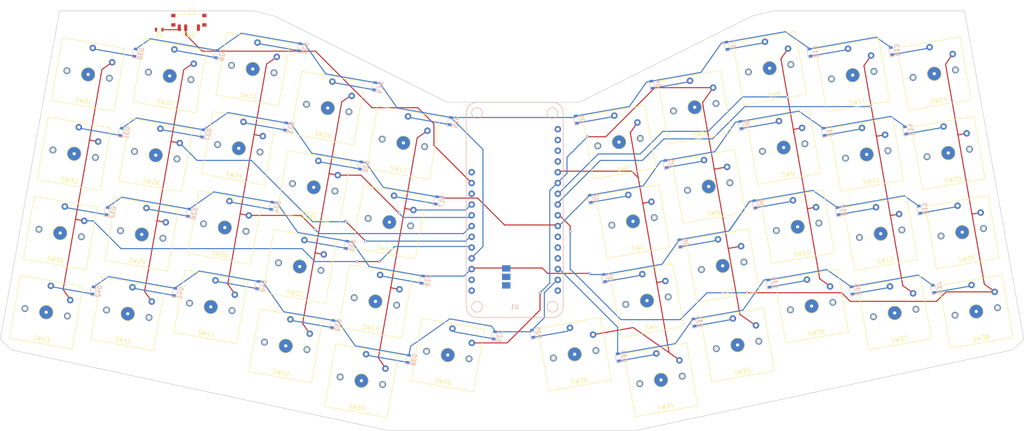
<source format=kicad_pcb>
(kicad_pcb (version 4) (host pcbnew 4.0.5+dfsg1-4)
  (layers (0 F.Cu signal) (31 B.Cu signal) (34 B.Paste user) (35 F.Paste user) (36 B.SilkS user) (37 F.SilkS user) (38 B.Mask user) (39 F.Mask user) (44 Edge.Cuts user))
  (net 0 "")
  (net 1 "Net-(D1-Pad1)")
  (net 2 ROW0)
  (net 3 "Net-(D2-Pad1)")
  (net 4 ROW1)
  (net 5 "Net-(D3-Pad1)")
  (net 6 ROW2)
  (net 7 "Net-(D4-Pad1)")
  (net 8 "Net-(D5-Pad1)")
  (net 9 "Net-(D6-Pad1)")
  (net 10 "Net-(D7-Pad1)")
  (net 11 "Net-(D8-Pad1)")
  (net 12 "Net-(D9-Pad1)")
  (net 13 "Net-(D10-Pad1)")
  (net 14 "Net-(D11-Pad1)")
  (net 15 "Net-(D12-Pad1)")
  (net 16 "Net-(D13-Pad1)")
  (net 17 "Net-(D14-Pad1)")
  (net 18 "Net-(D15-Pad1)")
  (net 19 "Net-(D16-Pad1)")
  (net 20 "Net-(D17-Pad1)")
  (net 21 "Net-(D18-Pad1)")
  (net 22 "Net-(D19-Pad1)")
  (net 23 "Net-(D20-Pad1)")
  (net 24 "Net-(D21-Pad1)")
  (net 25 "Net-(D22-Pad1)")
  (net 26 "Net-(D23-Pad1)")
  (net 27 "Net-(D24-Pad1)")
  (net 28 "Net-(D25-Pad1)")
  (net 29 ROW4)
  (net 30 "Net-(D26-Pad1)")
  (net 31 "Net-(D27-Pad1)")
  (net 32 "Net-(D28-Pad1)")
  (net 33 "Net-(D29-Pad1)")
  (net 34 "Net-(D30-Pad1)")
  (net 35 "Net-(D31-Pad1)")
  (net 36 "Net-(D32-Pad1)")
  (net 37 "Net-(D33-Pad1)")
  (net 38 ROW3)
  (net 39 "Net-(D34-Pad1)")
  (net 40 "Net-(D35-Pad1)")
  (net 41 "Net-(D36-Pad1)")
  (net 42 "Net-(D37-Pad1)")
  (net 43 "Net-(D38-Pad1)")
  (net 44 "Net-(D39-Pad1)")
  (net 45 "Net-(D40-Pad1)")
  (net 46 "Net-(D41-Pad1)")
  (net 47 "Net-(D42-Pad1)")
  (net 48 "Net-(R1-Pad1)")
  (net 49 GND)
  (net 50 "Net-(SW1-Pad1)")
  (net 51 "Net-(SW1-Pad2)")
  (net 52 COL1)
  (net 53 COL2)
  (net 54 COL3)
  (net 55 COL4)
  (net 56 COL5)
  (net 57 COL6)
  (net 58 COL7)
  (net 59 COL8)
  (net 60 COL9)
  (net 61 COL10)
  (net 62 "Net-(U1-Pad2)")
  (net 63 "Net-(U1-Pad3)")
  (net 64 "Net-(U1-Pad4)")
  (net 65 "Net-(U1-Pad11)")
  (net 66 "Net-(U1-Pad12)")
  (net 67 "Net-(U1-Pad13)")
  (net 68 "Net-(U1-Pad16)")
  (net 69 "Net-(U1-Pad17)")
  (net 70 "Net-(U1-Pad18)")
  (net 71 "Net-(U1-Pad26)")
  (net 72 "Net-(U1-Pad28)")
  (net 73 "Net-(U1-Pad29)")
  (net 74 "Net-(U1-Pad30)")
  (net 75 "Net-(U1-Pad31)")
  (net 76 "Net-(U1-Pad1)")
  (module Diodes_SMD:D_0603 (layer B.Cu) (at 168.811328 89.154255 100)
    (fp_text reference D1 (at 0 1.4 100) (layer B.SilkS) (effects (justify mirror)))
    (fp_text value D)
    (pad 1 smd rect (at -0.85 0 100) (size 0.6 0.8) (layers B.Cu B.Paste B.Mask) (net 1 "Net-(D1-Pad1)"))
    (pad 2 smd rect (at 0.85 0 100) (size 0.6 0.8) (layers B.Cu B.Paste B.Mask) (net 2 ROW0))
  )
  (module Diodes_SMD:D_0603 (layer B.Cu) (at 172.110643 107.865603 100)
    (fp_text reference D2 (at 0 1.4 100) (layer B.SilkS) (effects (justify mirror)))
    (fp_text value D)
    (pad 1 smd rect (at -0.85 0 100) (size 0.6 0.8) (layers B.Cu B.Paste B.Mask) (net 3 "Net-(D2-Pad1)"))
    (pad 2 smd rect (at 0.85 0 100) (size 0.6 0.8) (layers B.Cu B.Paste B.Mask) (net 4 ROW1))
  )
  (module Diodes_SMD:D_0603 (layer B.Cu) (at 175.409959 126.57695 100)
    (fp_text reference D3 (at 0 1.4 100) (layer B.SilkS) (effects (justify mirror)))
    (fp_text value D)
    (pad 1 smd rect (at -0.85 0 100) (size 0.6 0.8) (layers B.Cu B.Paste B.Mask) (net 5 "Net-(D3-Pad1)"))
    (pad 2 smd rect (at 0.85 0 100) (size 0.6 0.8) (layers B.Cu B.Paste B.Mask) (net 6 ROW2))
  )
  (module Diodes_SMD:D_0603 (layer B.Cu) (at 186.654434 80.930901 100)
    (fp_text reference D4 (at 0 1.4 100) (layer B.SilkS) (effects (justify mirror)))
    (fp_text value D)
    (pad 1 smd rect (at -0.85 0 100) (size 0.6 0.8) (layers B.Cu B.Paste B.Mask) (net 7 "Net-(D4-Pad1)"))
    (pad 2 smd rect (at 0.85 0 100) (size 0.6 0.8) (layers B.Cu B.Paste B.Mask) (net 2 ROW0))
  )
  (module Diodes_SMD:D_0603 (layer B.Cu) (at 189.95375 99.642248 100)
    (fp_text reference D5 (at 0 1.4 100) (layer B.SilkS) (effects (justify mirror)))
    (fp_text value D)
    (pad 1 smd rect (at -0.85 0 100) (size 0.6 0.8) (layers B.Cu B.Paste B.Mask) (net 8 "Net-(D5-Pad1)"))
    (pad 2 smd rect (at 0.85 0 100) (size 0.6 0.8) (layers B.Cu B.Paste B.Mask) (net 4 ROW1))
  )
  (module Diodes_SMD:D_0603 (layer B.Cu) (at 193.253065 118.353596 100)
    (fp_text reference D6 (at 0 1.4 100) (layer B.SilkS) (effects (justify mirror)))
    (fp_text value D)
    (pad 1 smd rect (at -0.85 0 100) (size 0.6 0.8) (layers B.Cu B.Paste B.Mask) (net 9 "Net-(D6-Pad1)"))
    (pad 2 smd rect (at 0.85 0 100) (size 0.6 0.8) (layers B.Cu B.Paste B.Mask) (net 6 ROW2))
  )
  (module Diodes_SMD:D_0603 (layer B.Cu) (at 204.323893 71.722739 100)
    (fp_text reference D7 (at 0 1.4 100) (layer B.SilkS) (effects (justify mirror)))
    (fp_text value D)
    (pad 1 smd rect (at -0.85 0 100) (size 0.6 0.8) (layers B.Cu B.Paste B.Mask) (net 10 "Net-(D7-Pad1)"))
    (pad 2 smd rect (at 0.85 0 100) (size 0.6 0.8) (layers B.Cu B.Paste B.Mask) (net 2 ROW0))
  )
  (module Diodes_SMD:D_0603 (layer B.Cu) (at 207.623208 90.434086 100)
    (fp_text reference D8 (at 0 1.4 100) (layer B.SilkS) (effects (justify mirror)))
    (fp_text value D)
    (pad 1 smd rect (at -0.85 0 100) (size 0.6 0.8) (layers B.Cu B.Paste B.Mask) (net 11 "Net-(D8-Pad1)"))
    (pad 2 smd rect (at 0.85 0 100) (size 0.6 0.8) (layers B.Cu B.Paste B.Mask) (net 4 ROW1))
  )
  (module Diodes_SMD:D_0603 (layer B.Cu) (at 210.922523 109.145434 100)
    (fp_text reference D9 (at 0 1.4 100) (layer B.SilkS) (effects (justify mirror)))
    (fp_text value D)
    (pad 1 smd rect (at -0.85 0 100) (size 0.6 0.8) (layers B.Cu B.Paste B.Mask) (net 12 "Net-(D9-Pad1)"))
    (pad 2 smd rect (at 0.85 0 100) (size 0.6 0.8) (layers B.Cu B.Paste B.Mask) (net 6 ROW2))
  )
  (module Diodes_SMD:D_0603 (layer B.Cu) (at 223.903481 73.347463 100)
    (fp_text reference D10 (at 0 1.4 100) (layer B.SilkS) (effects (justify mirror)))
    (fp_text value D)
    (pad 1 smd rect (at -0.85 0 100) (size 0.6 0.8) (layers B.Cu B.Paste B.Mask) (net 13 "Net-(D10-Pad1)"))
    (pad 2 smd rect (at 0.85 0 100) (size 0.6 0.8) (layers B.Cu B.Paste B.Mask) (net 2 ROW0))
  )
  (module Diodes_SMD:D_0603 (layer B.Cu) (at 227.202796 92.05881 100)
    (fp_text reference D11 (at 0 1.4 100) (layer B.SilkS) (effects (justify mirror)))
    (fp_text value D)
    (pad 1 smd rect (at -0.85 0 100) (size 0.6 0.8) (layers B.Cu B.Paste B.Mask) (net 14 "Net-(D11-Pad1)"))
    (pad 2 smd rect (at 0.85 0 100) (size 0.6 0.8) (layers B.Cu B.Paste B.Mask) (net 4 ROW1))
  )
  (module Diodes_SMD:D_0603 (layer B.Cu) (at 230.502112 110.770157 100)
    (fp_text reference D12 (at 0 1.4 100) (layer B.SilkS) (effects (justify mirror)))
    (fp_text value D)
    (pad 1 smd rect (at -0.85 0 100) (size 0.6 0.8) (layers B.Cu B.Paste B.Mask) (net 15 "Net-(D12-Pad1)"))
    (pad 2 smd rect (at 0.85 0 100) (size 0.6 0.8) (layers B.Cu B.Paste B.Mask) (net 6 ROW2))
  )
  (module Diodes_SMD:D_0603 (layer B.Cu) (at 243.135773 73.00257 100)
    (fp_text reference D13 (at 0 1.4 100) (layer B.SilkS) (effects (justify mirror)))
    (fp_text value D)
    (pad 1 smd rect (at -0.85 0 100) (size 0.6 0.8) (layers B.Cu B.Paste B.Mask) (net 16 "Net-(D13-Pad1)"))
    (pad 2 smd rect (at 0.85 0 100) (size 0.6 0.8) (layers B.Cu B.Paste B.Mask) (net 2 ROW0))
  )
  (module Diodes_SMD:D_0603 (layer B.Cu) (at 246.435088 91.713918 100)
    (fp_text reference D14 (at 0 1.4 100) (layer B.SilkS) (effects (justify mirror)))
    (fp_text value D)
    (pad 1 smd rect (at -0.85 0 100) (size 0.6 0.8) (layers B.Cu B.Paste B.Mask) (net 17 "Net-(D14-Pad1)"))
    (pad 2 smd rect (at 0.85 0 100) (size 0.6 0.8) (layers B.Cu B.Paste B.Mask) (net 4 ROW1))
  )
  (module Diodes_SMD:D_0603 (layer B.Cu) (at 249.734404 110.425265 100)
    (fp_text reference D15 (at 0 1.4 100) (layer B.SilkS) (effects (justify mirror)))
    (fp_text value D)
    (pad 1 smd rect (at -0.85 0 100) (size 0.6 0.8) (layers B.Cu B.Paste B.Mask) (net 18 "Net-(D15-Pad1)"))
    (pad 2 smd rect (at 0.85 0 100) (size 0.6 0.8) (layers B.Cu B.Paste B.Mask) (net 6 ROW2))
  )
  (module Diodes_SMD:D_0603 (layer B.Cu) (at 139.116544 89.512517 80)
    (fp_text reference D16 (at 0 1.4 80) (layer B.SilkS) (effects (justify mirror)))
    (fp_text value D)
    (pad 1 smd rect (at -0.85 0 80) (size 0.6 0.8) (layers B.Cu B.Paste B.Mask) (net 19 "Net-(D16-Pad1)"))
    (pad 2 smd rect (at 0.85 0 80) (size 0.6 0.8) (layers B.Cu B.Paste B.Mask) (net 2 ROW0))
  )
  (module Diodes_SMD:D_0603 (layer B.Cu) (at 135.817229 108.223865 80)
    (fp_text reference D17 (at 0 1.4 80) (layer B.SilkS) (effects (justify mirror)))
    (fp_text value D)
    (pad 1 smd rect (at -0.85 0 80) (size 0.6 0.8) (layers B.Cu B.Paste B.Mask) (net 20 "Net-(D17-Pad1)"))
    (pad 2 smd rect (at 0.85 0 80) (size 0.6 0.8) (layers B.Cu B.Paste B.Mask) (net 4 ROW1))
  )
  (module Diodes_SMD:D_0603 (layer B.Cu) (at 132.517913 126.935212 80)
    (fp_text reference D18 (at 0 1.4 80) (layer B.SilkS) (effects (justify mirror)))
    (fp_text value D)
    (pad 1 smd rect (at -0.85 0 80) (size 0.6 0.8) (layers B.Cu B.Paste B.Mask) (net 21 "Net-(D18-Pad1)"))
    (pad 2 smd rect (at 0.85 0 80) (size 0.6 0.8) (layers B.Cu B.Paste B.Mask) (net 6 ROW2))
  )
  (module Diodes_SMD:D_0603 (layer B.Cu) (at 121.273438 81.289163 80)
    (fp_text reference D19 (at 0 1.4 80) (layer B.SilkS) (effects (justify mirror)))
    (fp_text value D)
    (pad 1 smd rect (at -0.85 0 80) (size 0.6 0.8) (layers B.Cu B.Paste B.Mask) (net 22 "Net-(D19-Pad1)"))
    (pad 2 smd rect (at 0.85 0 80) (size 0.6 0.8) (layers B.Cu B.Paste B.Mask) (net 2 ROW0))
  )
  (module Diodes_SMD:D_0603 (layer B.Cu) (at 117.974122 100.000511 80)
    (fp_text reference D20 (at 0 1.4 80) (layer B.SilkS) (effects (justify mirror)))
    (fp_text value D)
    (pad 1 smd rect (at -0.85 0 80) (size 0.6 0.8) (layers B.Cu B.Paste B.Mask) (net 23 "Net-(D20-Pad1)"))
    (pad 2 smd rect (at 0.85 0 80) (size 0.6 0.8) (layers B.Cu B.Paste B.Mask) (net 4 ROW1))
  )
  (module Diodes_SMD:D_0603 (layer B.Cu) (at 114.674807 118.711858 80)
    (fp_text reference D21 (at 0 1.4 80) (layer B.SilkS) (effects (justify mirror)))
    (fp_text value D)
    (pad 1 smd rect (at -0.85 0 80) (size 0.6 0.8) (layers B.Cu B.Paste B.Mask) (net 24 "Net-(D21-Pad1)"))
    (pad 2 smd rect (at 0.85 0 80) (size 0.6 0.8) (layers B.Cu B.Paste B.Mask) (net 6 ROW2))
  )
  (module Diodes_SMD:D_0603 (layer B.Cu) (at 103.60398 72.081001 80)
    (fp_text reference D22 (at 0 1.4 80) (layer B.SilkS) (effects (justify mirror)))
    (fp_text value D)
    (pad 1 smd rect (at -0.85 0 80) (size 0.6 0.8) (layers B.Cu B.Paste B.Mask) (net 25 "Net-(D22-Pad1)"))
    (pad 2 smd rect (at 0.85 0 80) (size 0.6 0.8) (layers B.Cu B.Paste B.Mask) (net 2 ROW0))
  )
  (module Diodes_SMD:D_0603 (layer B.Cu) (at 100.304664 90.792349 80)
    (fp_text reference D23 (at 0 1.4 80) (layer B.SilkS) (effects (justify mirror)))
    (fp_text value D)
    (pad 1 smd rect (at -0.85 0 80) (size 0.6 0.8) (layers B.Cu B.Paste B.Mask) (net 26 "Net-(D23-Pad1)"))
    (pad 2 smd rect (at 0.85 0 80) (size 0.6 0.8) (layers B.Cu B.Paste B.Mask) (net 4 ROW1))
  )
  (module Diodes_SMD:D_0603 (layer B.Cu) (at 97.005349 109.503696 80)
    (fp_text reference D24 (at 0 1.4 80) (layer B.SilkS) (effects (justify mirror)))
    (fp_text value D)
    (pad 1 smd rect (at -0.85 0 80) (size 0.6 0.8) (layers B.Cu B.Paste B.Mask) (net 27 "Net-(D24-Pad1)"))
    (pad 2 smd rect (at 0.85 0 80) (size 0.6 0.8) (layers B.Cu B.Paste B.Mask) (net 6 ROW2))
  )
  (module Diodes_SMD:D_0603 (layer B.Cu) (at 158.496 139.7 100)
    (fp_text reference D25 (at 0 1.4 100) (layer B.SilkS) (effects (justify mirror)))
    (fp_text value D)
    (pad 1 smd rect (at -0.85 0 100) (size 0.6 0.8) (layers B.Cu B.Paste B.Mask) (net 28 "Net-(D25-Pad1)"))
    (pad 2 smd rect (at 0.85 0 100) (size 0.6 0.8) (layers B.Cu B.Paste B.Mask) (net 29 ROW4))
  )
  (module Diodes_SMD:D_0603 (layer B.Cu) (at 84.024391 73.705725 80)
    (fp_text reference D26 (at 0 1.4 80) (layer B.SilkS) (effects (justify mirror)))
    (fp_text value D)
    (pad 1 smd rect (at -0.85 0 80) (size 0.6 0.8) (layers B.Cu B.Paste B.Mask) (net 30 "Net-(D26-Pad1)"))
    (pad 2 smd rect (at 0.85 0 80) (size 0.6 0.8) (layers B.Cu B.Paste B.Mask) (net 2 ROW0))
  )
  (module Diodes_SMD:D_0603 (layer B.Cu) (at 80.725076 92.417072 80)
    (fp_text reference D27 (at 0 1.4 80) (layer B.SilkS) (effects (justify mirror)))
    (fp_text value D)
    (pad 1 smd rect (at -0.85 0 80) (size 0.6 0.8) (layers B.Cu B.Paste B.Mask) (net 31 "Net-(D27-Pad1)"))
    (pad 2 smd rect (at 0.85 0 80) (size 0.6 0.8) (layers B.Cu B.Paste B.Mask) (net 4 ROW1))
  )
  (module Diodes_SMD:D_0603 (layer B.Cu) (at 77.425761 111.128419 80)
    (fp_text reference D28 (at 0 1.4 80) (layer B.SilkS) (effects (justify mirror)))
    (fp_text value D)
    (pad 1 smd rect (at -0.85 0 80) (size 0.6 0.8) (layers B.Cu B.Paste B.Mask) (net 32 "Net-(D28-Pad1)"))
    (pad 2 smd rect (at 0.85 0 80) (size 0.6 0.8) (layers B.Cu B.Paste B.Mask) (net 6 ROW2))
  )
  (module Diodes_SMD:D_0603 (layer B.Cu) (at 149.492779 140.082605 80)
    (fp_text reference D29 (at 0 1.4 80) (layer B.SilkS) (effects (justify mirror)))
    (fp_text value D)
    (pad 1 smd rect (at -0.85 0 80) (size 0.6 0.8) (layers B.Cu B.Paste B.Mask) (net 33 "Net-(D29-Pad1)"))
    (pad 2 smd rect (at 0.85 0 80) (size 0.6 0.8) (layers B.Cu B.Paste B.Mask) (net 29 ROW4))
  )
  (module Diodes_SMD:D_0603 (layer B.Cu) (at 64.7921 73.360833 80)
    (fp_text reference D30 (at 0 1.4 80) (layer B.SilkS) (effects (justify mirror)))
    (fp_text value D)
    (pad 1 smd rect (at -0.85 0 80) (size 0.6 0.8) (layers B.Cu B.Paste B.Mask) (net 34 "Net-(D30-Pad1)"))
    (pad 2 smd rect (at 0.85 0 80) (size 0.6 0.8) (layers B.Cu B.Paste B.Mask) (net 2 ROW0))
  )
  (module Diodes_SMD:D_0603 (layer B.Cu) (at 61.492784 92.07218 80)
    (fp_text reference D31 (at 0 1.4 80) (layer B.SilkS) (effects (justify mirror)))
    (fp_text value D)
    (pad 1 smd rect (at -0.85 0 80) (size 0.6 0.8) (layers B.Cu B.Paste B.Mask) (net 35 "Net-(D31-Pad1)"))
    (pad 2 smd rect (at 0.85 0 80) (size 0.6 0.8) (layers B.Cu B.Paste B.Mask) (net 4 ROW1))
  )
  (module Diodes_SMD:D_0603 (layer B.Cu) (at 58.193469 110.783527 80)
    (fp_text reference D32 (at 0 1.4 80) (layer B.SilkS) (effects (justify mirror)))
    (fp_text value D)
    (pad 1 smd rect (at -0.85 0 80) (size 0.6 0.8) (layers B.Cu B.Paste B.Mask) (net 36 "Net-(D32-Pad1)"))
    (pad 2 smd rect (at 0.85 0 80) (size 0.6 0.8) (layers B.Cu B.Paste B.Mask) (net 6 ROW2))
  )
  (module Diodes_SMD:D_0603 (layer B.Cu) (at 178.709274 145.288297 100)
    (fp_text reference D33 (at 0 1.4 100) (layer B.SilkS) (effects (justify mirror)))
    (fp_text value D)
    (pad 1 smd rect (at -0.85 0 100) (size 0.6 0.8) (layers B.Cu B.Paste B.Mask) (net 37 "Net-(D33-Pad1)"))
    (pad 2 smd rect (at 0.85 0 100) (size 0.6 0.8) (layers B.Cu B.Paste B.Mask) (net 38 ROW3))
  )
  (module Diodes_SMD:D_0603 (layer B.Cu) (at 196.552381 137.064943 100)
    (fp_text reference D34 (at 0 1.4 100) (layer B.SilkS) (effects (justify mirror)))
    (fp_text value D)
    (pad 1 smd rect (at -0.85 0 100) (size 0.6 0.8) (layers B.Cu B.Paste B.Mask) (net 39 "Net-(D34-Pad1)"))
    (pad 2 smd rect (at 0.85 0 100) (size 0.6 0.8) (layers B.Cu B.Paste B.Mask) (net 38 ROW3))
  )
  (module Diodes_SMD:D_0603 (layer B.Cu) (at 214.221839 127.856781 100)
    (fp_text reference D35 (at 0 1.4 100) (layer B.SilkS) (effects (justify mirror)))
    (fp_text value D)
    (pad 1 smd rect (at -0.85 0 100) (size 0.6 0.8) (layers B.Cu B.Paste B.Mask) (net 40 "Net-(D35-Pad1)"))
    (pad 2 smd rect (at 0.85 0 100) (size 0.6 0.8) (layers B.Cu B.Paste B.Mask) (net 38 ROW3))
  )
  (module Diodes_SMD:D_0603 (layer B.Cu) (at 233.801427 129.481504 100)
    (fp_text reference D36 (at 0 1.4 100) (layer B.SilkS) (effects (justify mirror)))
    (fp_text value D)
    (pad 1 smd rect (at -0.85 0 100) (size 0.6 0.8) (layers B.Cu B.Paste B.Mask) (net 41 "Net-(D36-Pad1)"))
    (pad 2 smd rect (at 0.85 0 100) (size 0.6 0.8) (layers B.Cu B.Paste B.Mask) (net 38 ROW3))
  )
  (module Diodes_SMD:D_0603 (layer B.Cu) (at 253.033719 129.136612 100)
    (fp_text reference D37 (at 0 1.4 100) (layer B.SilkS) (effects (justify mirror)))
    (fp_text value D)
    (pad 1 smd rect (at -0.85 0 100) (size 0.6 0.8) (layers B.Cu B.Paste B.Mask) (net 42 "Net-(D37-Pad1)"))
    (pad 2 smd rect (at 0.85 0 100) (size 0.6 0.8) (layers B.Cu B.Paste B.Mask) (net 38 ROW3))
  )
  (module Diodes_SMD:D_0603 (layer B.Cu) (at 129.218598 145.646559 80)
    (fp_text reference D38 (at 0 1.4 80) (layer B.SilkS) (effects (justify mirror)))
    (fp_text value D)
    (pad 1 smd rect (at -0.85 0 80) (size 0.6 0.8) (layers B.Cu B.Paste B.Mask) (net 43 "Net-(D38-Pad1)"))
    (pad 2 smd rect (at 0.85 0 80) (size 0.6 0.8) (layers B.Cu B.Paste B.Mask) (net 29 ROW4))
  )
  (module Diodes_SMD:D_0603 (layer B.Cu) (at 111.375492 137.423205 80)
    (fp_text reference D39 (at 0 1.4 80) (layer B.SilkS) (effects (justify mirror)))
    (fp_text value D)
    (pad 1 smd rect (at -0.85 0 80) (size 0.6 0.8) (layers B.Cu B.Paste B.Mask) (net 44 "Net-(D39-Pad1)"))
    (pad 2 smd rect (at 0.85 0 80) (size 0.6 0.8) (layers B.Cu B.Paste B.Mask) (net 29 ROW4))
  )
  (module Diodes_SMD:D_0603 (layer B.Cu) (at 93.706033 128.215043 80)
    (fp_text reference D40 (at 0 1.4 80) (layer B.SilkS) (effects (justify mirror)))
    (fp_text value D)
    (pad 1 smd rect (at -0.85 0 80) (size 0.6 0.8) (layers B.Cu B.Paste B.Mask) (net 45 "Net-(D40-Pad1)"))
    (pad 2 smd rect (at 0.85 0 80) (size 0.6 0.8) (layers B.Cu B.Paste B.Mask) (net 29 ROW4))
  )
  (module Diodes_SMD:D_0603 (layer B.Cu) (at 74.126445 129.839767 80)
    (fp_text reference D41 (at 0 1.4 80) (layer B.SilkS) (effects (justify mirror)))
    (fp_text value D)
    (pad 1 smd rect (at -0.85 0 80) (size 0.6 0.8) (layers B.Cu B.Paste B.Mask) (net 46 "Net-(D41-Pad1)"))
    (pad 2 smd rect (at 0.85 0 80) (size 0.6 0.8) (layers B.Cu B.Paste B.Mask) (net 29 ROW4))
  )
  (module Diodes_SMD:D_0603 (layer B.Cu) (at 54.894153 129.494875 80)
    (fp_text reference D42 (at 0 1.4 80) (layer B.SilkS) (effects (justify mirror)))
    (fp_text value D)
    (pad 1 smd rect (at -0.85 0 80) (size 0.6 0.8) (layers B.Cu B.Paste B.Mask) (net 47 "Net-(D42-Pad1)"))
    (pad 2 smd rect (at 0.85 0 80) (size 0.6 0.8) (layers B.Cu B.Paste B.Mask) (net 29 ROW4))
  )
  (module Resistors_SMD:R_0603 (layer F.Cu) (at 70.485 67.945 180)
    (fp_text reference R1 (at 0 -1.45 180) (layer F.SilkS))
    (fp_text value 1k)
    (pad 1 smd rect (at -0.75 0 180) (size 0.5 0.9) (layers F.Cu F.Paste F.Mask) (net 48 "Net-(R1-Pad1)"))
    (pad 2 smd rect (at 0.75 0 180) (size 0.5 0.9) (layers F.Cu F.Paste F.Mask) (net 49 GND))
  )
  (module Buttons_Switches_SMD:SW_SPDT_PCM12 (layer F.Cu) (at 77.47 66.04 180)
    (fp_text reference SW1 (at 0 -3.2 180) (layer F.SilkS))
    (fp_text value POWER)
    (pad "" np_thru_hole circle (at -1.5 0.33 180) (size 0.9 0.9) (drill 0.9) (layers *.Cu *.Mask))
    (pad "" np_thru_hole circle (at 1.5 0.33 180) (size 0.9 0.9) (drill 0.9) (layers *.Cu *.Mask))
    (pad 1 smd rect (at -2.25 -1.43 180) (size 0.7 1.5) (layers F.Cu F.Paste F.Mask) (net 50 "Net-(SW1-Pad1)"))
    (pad 2 smd rect (at 0.75 -1.43 180) (size 0.7 1.5) (layers F.Cu F.Paste F.Mask) (net 51 "Net-(SW1-Pad2)"))
    (pad 3 smd rect (at 2.25 -1.43 180) (size 0.7 1.5) (layers F.Cu F.Paste F.Mask) (net 48 "Net-(R1-Pad1)"))
    (pad "" smd rect (at -3.65 1.43 180) (size 1 0.8) (layers F.Cu F.Paste F.Mask))
    (pad "" smd rect (at 3.65 1.43 180) (size 1 0.8) (layers F.Cu F.Paste F.Mask))
    (pad "" smd rect (at 3.65 -0.78 180) (size 1 0.8) (layers F.Cu F.Paste F.Mask))
    (pad "" smd rect (at -3.65 -0.78 180) (size 1 0.8) (layers F.Cu F.Paste F.Mask))
  )
  (module atreusAir:ASwitch (layer F.Cu) (at 178.890135 94.485076 10)
    (fp_text reference SW2 (at 0 6.35 10) (layer F.SilkS))
    (fp_text value Push)
    (pad 2 thru_hole circle (at 5.08 -3.81 10) (size 1.524 1.524) (drill 0.762) (layers *.Cu *.Mask) (net 52 COL1))
    (pad 1 thru_hole circle (at 0 -6.35 10) (size 1.524 1.524) (drill 0.762) (layers *.Cu *.Mask) (net 1 "Net-(D1-Pad1)"))
    (pad "" np_thru_hole circle (at 0 0 10) (size 3.25 3.25) (drill 0.762) (layers *.Cu *.Mask))
    (pad "" np_thru_hole circle (at -5.08 0 10) (size 1.6 1.6) (drill 0.762) (layers *.Cu *.Mask))
    (pad "" np_thru_hole circle (at 5.08 0 10) (size 1.6 1.6) (drill 0.762) (layers *.Cu *.Mask))
  )
  (module atreusAir:ASwitch (layer F.Cu) (at 182.18945 113.196423 10)
    (fp_text reference SW3 (at 0 6.35 10) (layer F.SilkS))
    (fp_text value Push)
    (pad 2 thru_hole circle (at 5.08 -3.81 10) (size 1.524 1.524) (drill 0.762) (layers *.Cu *.Mask) (net 52 COL1))
    (pad 1 thru_hole circle (at 0 -6.35 10) (size 1.524 1.524) (drill 0.762) (layers *.Cu *.Mask) (net 3 "Net-(D2-Pad1)"))
    (pad "" np_thru_hole circle (at 0 0 10) (size 3.25 3.25) (drill 0.762) (layers *.Cu *.Mask))
    (pad "" np_thru_hole circle (at -5.08 0 10) (size 1.6 1.6) (drill 0.762) (layers *.Cu *.Mask))
    (pad "" np_thru_hole circle (at 5.08 0 10) (size 1.6 1.6) (drill 0.762) (layers *.Cu *.Mask))
  )
  (module atreusAir:ASwitch (layer F.Cu) (at 185.488766 131.90777 10)
    (fp_text reference SW4 (at 0 6.35 10) (layer F.SilkS))
    (fp_text value Push)
    (pad 2 thru_hole circle (at 5.08 -3.81 10) (size 1.524 1.524) (drill 0.762) (layers *.Cu *.Mask) (net 52 COL1))
    (pad 1 thru_hole circle (at 0 -6.35 10) (size 1.524 1.524) (drill 0.762) (layers *.Cu *.Mask) (net 5 "Net-(D3-Pad1)"))
    (pad "" np_thru_hole circle (at 0 0 10) (size 3.25 3.25) (drill 0.762) (layers *.Cu *.Mask))
    (pad "" np_thru_hole circle (at -5.08 0 10) (size 1.6 1.6) (drill 0.762) (layers *.Cu *.Mask))
    (pad "" np_thru_hole circle (at 5.08 0 10) (size 1.6 1.6) (drill 0.762) (layers *.Cu *.Mask))
  )
  (module atreusAir:ASwitch (layer F.Cu) (at 196.733242 86.261722 10)
    (fp_text reference SW5 (at 0 6.35 10) (layer F.SilkS))
    (fp_text value Push)
    (pad 2 thru_hole circle (at 5.08 -3.81 10) (size 1.524 1.524) (drill 0.762) (layers *.Cu *.Mask) (net 53 COL2))
    (pad 1 thru_hole circle (at 0 -6.35 10) (size 1.524 1.524) (drill 0.762) (layers *.Cu *.Mask) (net 7 "Net-(D4-Pad1)"))
    (pad "" np_thru_hole circle (at 0 0 10) (size 3.25 3.25) (drill 0.762) (layers *.Cu *.Mask))
    (pad "" np_thru_hole circle (at -5.08 0 10) (size 1.6 1.6) (drill 0.762) (layers *.Cu *.Mask))
    (pad "" np_thru_hole circle (at 5.08 0 10) (size 1.6 1.6) (drill 0.762) (layers *.Cu *.Mask))
  )
  (module atreusAir:ASwitch (layer F.Cu) (at 200.032557 104.973069 10)
    (fp_text reference SW6 (at 0 6.35 10) (layer F.SilkS))
    (fp_text value Push)
    (pad 2 thru_hole circle (at 5.08 -3.81 10) (size 1.524 1.524) (drill 0.762) (layers *.Cu *.Mask) (net 53 COL2))
    (pad 1 thru_hole circle (at 0 -6.35 10) (size 1.524 1.524) (drill 0.762) (layers *.Cu *.Mask) (net 8 "Net-(D5-Pad1)"))
    (pad "" np_thru_hole circle (at 0 0 10) (size 3.25 3.25) (drill 0.762) (layers *.Cu *.Mask))
    (pad "" np_thru_hole circle (at -5.08 0 10) (size 1.6 1.6) (drill 0.762) (layers *.Cu *.Mask))
    (pad "" np_thru_hole circle (at 5.08 0 10) (size 1.6 1.6) (drill 0.762) (layers *.Cu *.Mask))
  )
  (module atreusAir:ASwitch (layer F.Cu) (at 203.331872 123.684416 10)
    (fp_text reference SW7 (at 0 6.35 10) (layer F.SilkS))
    (fp_text value Push)
    (pad 2 thru_hole circle (at 5.08 -3.81 10) (size 1.524 1.524) (drill 0.762) (layers *.Cu *.Mask) (net 53 COL2))
    (pad 1 thru_hole circle (at 0 -6.35 10) (size 1.524 1.524) (drill 0.762) (layers *.Cu *.Mask) (net 9 "Net-(D6-Pad1)"))
    (pad "" np_thru_hole circle (at 0 0 10) (size 3.25 3.25) (drill 0.762) (layers *.Cu *.Mask))
    (pad "" np_thru_hole circle (at -5.08 0 10) (size 1.6 1.6) (drill 0.762) (layers *.Cu *.Mask))
    (pad "" np_thru_hole circle (at 5.08 0 10) (size 1.6 1.6) (drill 0.762) (layers *.Cu *.Mask))
  )
  (module atreusAir:ASwitch (layer F.Cu) (at 214.4027 77.05356 10)
    (fp_text reference SW8 (at 0 6.35 10) (layer F.SilkS))
    (fp_text value Push)
    (pad 2 thru_hole circle (at 5.08 -3.81 10) (size 1.524 1.524) (drill 0.762) (layers *.Cu *.Mask) (net 54 COL3))
    (pad 1 thru_hole circle (at 0 -6.35 10) (size 1.524 1.524) (drill 0.762) (layers *.Cu *.Mask) (net 10 "Net-(D7-Pad1)"))
    (pad "" np_thru_hole circle (at 0 0 10) (size 3.25 3.25) (drill 0.762) (layers *.Cu *.Mask))
    (pad "" np_thru_hole circle (at -5.08 0 10) (size 1.6 1.6) (drill 0.762) (layers *.Cu *.Mask))
    (pad "" np_thru_hole circle (at 5.08 0 10) (size 1.6 1.6) (drill 0.762) (layers *.Cu *.Mask))
  )
  (module atreusAir:ASwitch (layer F.Cu) (at 217.702015 95.764907 10)
    (fp_text reference SW9 (at 0 6.35 10) (layer F.SilkS))
    (fp_text value Push)
    (pad 2 thru_hole circle (at 5.08 -3.81 10) (size 1.524 1.524) (drill 0.762) (layers *.Cu *.Mask) (net 54 COL3))
    (pad 1 thru_hole circle (at 0 -6.35 10) (size 1.524 1.524) (drill 0.762) (layers *.Cu *.Mask) (net 11 "Net-(D8-Pad1)"))
    (pad "" np_thru_hole circle (at 0 0 10) (size 3.25 3.25) (drill 0.762) (layers *.Cu *.Mask))
    (pad "" np_thru_hole circle (at -5.08 0 10) (size 1.6 1.6) (drill 0.762) (layers *.Cu *.Mask))
    (pad "" np_thru_hole circle (at 5.08 0 10) (size 1.6 1.6) (drill 0.762) (layers *.Cu *.Mask))
  )
  (module atreusAir:ASwitch (layer F.Cu) (at 221.001331 114.476254 10)
    (fp_text reference SW10 (at 0 6.35 10) (layer F.SilkS))
    (fp_text value Push)
    (pad 2 thru_hole circle (at 5.08 -3.81 10) (size 1.524 1.524) (drill 0.762) (layers *.Cu *.Mask) (net 54 COL3))
    (pad 1 thru_hole circle (at 0 -6.35 10) (size 1.524 1.524) (drill 0.762) (layers *.Cu *.Mask) (net 12 "Net-(D9-Pad1)"))
    (pad "" np_thru_hole circle (at 0 0 10) (size 3.25 3.25) (drill 0.762) (layers *.Cu *.Mask))
    (pad "" np_thru_hole circle (at -5.08 0 10) (size 1.6 1.6) (drill 0.762) (layers *.Cu *.Mask))
    (pad "" np_thru_hole circle (at 5.08 0 10) (size 1.6 1.6) (drill 0.762) (layers *.Cu *.Mask))
  )
  (module atreusAir:ASwitch (layer F.Cu) (at 233.982288 78.678283 10)
    (fp_text reference SW11 (at 0 6.35 10) (layer F.SilkS))
    (fp_text value Push)
    (pad 2 thru_hole circle (at 5.08 -3.81 10) (size 1.524 1.524) (drill 0.762) (layers *.Cu *.Mask) (net 55 COL4))
    (pad 1 thru_hole circle (at 0 -6.35 10) (size 1.524 1.524) (drill 0.762) (layers *.Cu *.Mask) (net 13 "Net-(D10-Pad1)"))
    (pad "" np_thru_hole circle (at 0 0 10) (size 3.25 3.25) (drill 0.762) (layers *.Cu *.Mask))
    (pad "" np_thru_hole circle (at -5.08 0 10) (size 1.6 1.6) (drill 0.762) (layers *.Cu *.Mask))
    (pad "" np_thru_hole circle (at 5.08 0 10) (size 1.6 1.6) (drill 0.762) (layers *.Cu *.Mask))
  )
  (module atreusAir:ASwitch (layer F.Cu) (at 237.281603 97.389631 10)
    (fp_text reference SW12 (at 0 6.35 10) (layer F.SilkS))
    (fp_text value Push)
    (pad 2 thru_hole circle (at 5.08 -3.81 10) (size 1.524 1.524) (drill 0.762) (layers *.Cu *.Mask) (net 55 COL4))
    (pad 1 thru_hole circle (at 0 -6.35 10) (size 1.524 1.524) (drill 0.762) (layers *.Cu *.Mask) (net 14 "Net-(D11-Pad1)"))
    (pad "" np_thru_hole circle (at 0 0 10) (size 3.25 3.25) (drill 0.762) (layers *.Cu *.Mask))
    (pad "" np_thru_hole circle (at -5.08 0 10) (size 1.6 1.6) (drill 0.762) (layers *.Cu *.Mask))
    (pad "" np_thru_hole circle (at 5.08 0 10) (size 1.6 1.6) (drill 0.762) (layers *.Cu *.Mask))
  )
  (module atreusAir:ASwitch (layer F.Cu) (at 240.580919 116.100978 10)
    (fp_text reference SW13 (at 0 6.35 10) (layer F.SilkS))
    (fp_text value Push)
    (pad 2 thru_hole circle (at 5.08 -3.81 10) (size 1.524 1.524) (drill 0.762) (layers *.Cu *.Mask) (net 55 COL4))
    (pad 1 thru_hole circle (at 0 -6.35 10) (size 1.524 1.524) (drill 0.762) (layers *.Cu *.Mask) (net 15 "Net-(D12-Pad1)"))
    (pad "" np_thru_hole circle (at 0 0 10) (size 3.25 3.25) (drill 0.762) (layers *.Cu *.Mask))
    (pad "" np_thru_hole circle (at -5.08 0 10) (size 1.6 1.6) (drill 0.762) (layers *.Cu *.Mask))
    (pad "" np_thru_hole circle (at 5.08 0 10) (size 1.6 1.6) (drill 0.762) (layers *.Cu *.Mask))
  )
  (module atreusAir:ASwitch (layer F.Cu) (at 253.21458 78.333391 10)
    (fp_text reference SW14 (at 0 6.35 10) (layer F.SilkS))
    (fp_text value Push)
    (pad 2 thru_hole circle (at 5.08 -3.81 10) (size 1.524 1.524) (drill 0.762) (layers *.Cu *.Mask) (net 56 COL5))
    (pad 1 thru_hole circle (at 0 -6.35 10) (size 1.524 1.524) (drill 0.762) (layers *.Cu *.Mask) (net 16 "Net-(D13-Pad1)"))
    (pad "" np_thru_hole circle (at 0 0 10) (size 3.25 3.25) (drill 0.762) (layers *.Cu *.Mask))
    (pad "" np_thru_hole circle (at -5.08 0 10) (size 1.6 1.6) (drill 0.762) (layers *.Cu *.Mask))
    (pad "" np_thru_hole circle (at 5.08 0 10) (size 1.6 1.6) (drill 0.762) (layers *.Cu *.Mask))
  )
  (module atreusAir:ASwitch (layer F.Cu) (at 256.513895 97.044738 10)
    (fp_text reference SW15 (at 0 6.35 10) (layer F.SilkS))
    (fp_text value Push)
    (pad 2 thru_hole circle (at 5.08 -3.81 10) (size 1.524 1.524) (drill 0.762) (layers *.Cu *.Mask) (net 56 COL5))
    (pad 1 thru_hole circle (at 0 -6.35 10) (size 1.524 1.524) (drill 0.762) (layers *.Cu *.Mask) (net 17 "Net-(D14-Pad1)"))
    (pad "" np_thru_hole circle (at 0 0 10) (size 3.25 3.25) (drill 0.762) (layers *.Cu *.Mask))
    (pad "" np_thru_hole circle (at -5.08 0 10) (size 1.6 1.6) (drill 0.762) (layers *.Cu *.Mask))
    (pad "" np_thru_hole circle (at 5.08 0 10) (size 1.6 1.6) (drill 0.762) (layers *.Cu *.Mask))
  )
  (module atreusAir:ASwitch (layer F.Cu) (at 259.813211 115.756086 10)
    (fp_text reference SW16 (at 0 6.35 10) (layer F.SilkS))
    (fp_text value Push)
    (pad 2 thru_hole circle (at 5.08 -3.81 10) (size 1.524 1.524) (drill 0.762) (layers *.Cu *.Mask) (net 56 COL5))
    (pad 1 thru_hole circle (at 0 -6.35 10) (size 1.524 1.524) (drill 0.762) (layers *.Cu *.Mask) (net 18 "Net-(D15-Pad1)"))
    (pad "" np_thru_hole circle (at 0 0 10) (size 3.25 3.25) (drill 0.762) (layers *.Cu *.Mask))
    (pad "" np_thru_hole circle (at -5.08 0 10) (size 1.6 1.6) (drill 0.762) (layers *.Cu *.Mask))
    (pad "" np_thru_hole circle (at 5.08 0 10) (size 1.6 1.6) (drill 0.762) (layers *.Cu *.Mask))
  )
  (module atreusAir:ASwitch (layer F.Cu) (at 128.052929 94.66969 350)
    (fp_text reference SW17 (at 0 6.35 350) (layer F.SilkS))
    (fp_text value Push)
    (pad 2 thru_hole circle (at 5.08 -3.81 350) (size 1.524 1.524) (drill 0.762) (layers *.Cu *.Mask) (net 57 COL6))
    (pad 1 thru_hole circle (at 0 -6.35 350) (size 1.524 1.524) (drill 0.762) (layers *.Cu *.Mask) (net 19 "Net-(D16-Pad1)"))
    (pad "" np_thru_hole circle (at 0 0 350) (size 3.25 3.25) (drill 0.762) (layers *.Cu *.Mask))
    (pad "" np_thru_hole circle (at -5.08 0 350) (size 1.6 1.6) (drill 0.762) (layers *.Cu *.Mask))
    (pad "" np_thru_hole circle (at 5.08 0 350) (size 1.6 1.6) (drill 0.762) (layers *.Cu *.Mask))
  )
  (module atreusAir:ASwitch (layer F.Cu) (at 124.753614 113.381037 350)
    (fp_text reference SW18 (at 0 6.35 350) (layer F.SilkS))
    (fp_text value Push)
    (pad 2 thru_hole circle (at 5.08 -3.81 350) (size 1.524 1.524) (drill 0.762) (layers *.Cu *.Mask) (net 57 COL6))
    (pad 1 thru_hole circle (at 0 -6.35 350) (size 1.524 1.524) (drill 0.762) (layers *.Cu *.Mask) (net 20 "Net-(D17-Pad1)"))
    (pad "" np_thru_hole circle (at 0 0 350) (size 3.25 3.25) (drill 0.762) (layers *.Cu *.Mask))
    (pad "" np_thru_hole circle (at -5.08 0 350) (size 1.6 1.6) (drill 0.762) (layers *.Cu *.Mask))
    (pad "" np_thru_hole circle (at 5.08 0 350) (size 1.6 1.6) (drill 0.762) (layers *.Cu *.Mask))
  )
  (module atreusAir:ASwitch (layer F.Cu) (at 121.454299 132.092384 350)
    (fp_text reference SW19 (at 0 6.35 350) (layer F.SilkS))
    (fp_text value Push)
    (pad 2 thru_hole circle (at 5.08 -3.81 350) (size 1.524 1.524) (drill 0.762) (layers *.Cu *.Mask) (net 57 COL6))
    (pad 1 thru_hole circle (at 0 -6.35 350) (size 1.524 1.524) (drill 0.762) (layers *.Cu *.Mask) (net 21 "Net-(D18-Pad1)"))
    (pad "" np_thru_hole circle (at 0 0 350) (size 3.25 3.25) (drill 0.762) (layers *.Cu *.Mask))
    (pad "" np_thru_hole circle (at -5.08 0 350) (size 1.6 1.6) (drill 0.762) (layers *.Cu *.Mask))
    (pad "" np_thru_hole circle (at 5.08 0 350) (size 1.6 1.6) (drill 0.762) (layers *.Cu *.Mask))
  )
  (module atreusAir:ASwitch (layer F.Cu) (at 110.209823 86.446336 350)
    (fp_text reference SW20 (at 0 6.35 350) (layer F.SilkS))
    (fp_text value Push)
    (pad 2 thru_hole circle (at 5.08 -3.81 350) (size 1.524 1.524) (drill 0.762) (layers *.Cu *.Mask) (net 58 COL7))
    (pad 1 thru_hole circle (at 0 -6.35 350) (size 1.524 1.524) (drill 0.762) (layers *.Cu *.Mask) (net 22 "Net-(D19-Pad1)"))
    (pad "" np_thru_hole circle (at 0 0 350) (size 3.25 3.25) (drill 0.762) (layers *.Cu *.Mask))
    (pad "" np_thru_hole circle (at -5.08 0 350) (size 1.6 1.6) (drill 0.762) (layers *.Cu *.Mask))
    (pad "" np_thru_hole circle (at 5.08 0 350) (size 1.6 1.6) (drill 0.762) (layers *.Cu *.Mask))
  )
  (module atreusAir:ASwitch (layer F.Cu) (at 106.910508 105.157683 350)
    (fp_text reference SW21 (at 0 6.35 350) (layer F.SilkS))
    (fp_text value Push)
    (pad 2 thru_hole circle (at 5.08 -3.81 350) (size 1.524 1.524) (drill 0.762) (layers *.Cu *.Mask) (net 58 COL7))
    (pad 1 thru_hole circle (at 0 -6.35 350) (size 1.524 1.524) (drill 0.762) (layers *.Cu *.Mask) (net 23 "Net-(D20-Pad1)"))
    (pad "" np_thru_hole circle (at 0 0 350) (size 3.25 3.25) (drill 0.762) (layers *.Cu *.Mask))
    (pad "" np_thru_hole circle (at -5.08 0 350) (size 1.6 1.6) (drill 0.762) (layers *.Cu *.Mask))
    (pad "" np_thru_hole circle (at 5.08 0 350) (size 1.6 1.6) (drill 0.762) (layers *.Cu *.Mask))
  )
  (module atreusAir:ASwitch (layer F.Cu) (at 103.611192 123.86903 350)
    (fp_text reference SW22 (at 0 6.35 350) (layer F.SilkS))
    (fp_text value Push)
    (pad 2 thru_hole circle (at 5.08 -3.81 350) (size 1.524 1.524) (drill 0.762) (layers *.Cu *.Mask) (net 58 COL7))
    (pad 1 thru_hole circle (at 0 -6.35 350) (size 1.524 1.524) (drill 0.762) (layers *.Cu *.Mask) (net 24 "Net-(D21-Pad1)"))
    (pad "" np_thru_hole circle (at 0 0 350) (size 3.25 3.25) (drill 0.762) (layers *.Cu *.Mask))
    (pad "" np_thru_hole circle (at -5.08 0 350) (size 1.6 1.6) (drill 0.762) (layers *.Cu *.Mask))
    (pad "" np_thru_hole circle (at 5.08 0 350) (size 1.6 1.6) (drill 0.762) (layers *.Cu *.Mask))
  )
  (module atreusAir:ASwitch (layer F.Cu) (at 92.540365 77.238174 350)
    (fp_text reference SW23 (at 0 6.35 350) (layer F.SilkS))
    (fp_text value Push)
    (pad 2 thru_hole circle (at 5.08 -3.81 350) (size 1.524 1.524) (drill 0.762) (layers *.Cu *.Mask) (net 59 COL8))
    (pad 1 thru_hole circle (at 0 -6.35 350) (size 1.524 1.524) (drill 0.762) (layers *.Cu *.Mask) (net 25 "Net-(D22-Pad1)"))
    (pad "" np_thru_hole circle (at 0 0 350) (size 3.25 3.25) (drill 0.762) (layers *.Cu *.Mask))
    (pad "" np_thru_hole circle (at -5.08 0 350) (size 1.6 1.6) (drill 0.762) (layers *.Cu *.Mask))
    (pad "" np_thru_hole circle (at 5.08 0 350) (size 1.6 1.6) (drill 0.762) (layers *.Cu *.Mask))
  )
  (module atreusAir:ASwitch (layer F.Cu) (at 89.241049 95.949521 350)
    (fp_text reference SW24 (at 0 6.35 350) (layer F.SilkS))
    (fp_text value Push)
    (pad 2 thru_hole circle (at 5.08 -3.81 350) (size 1.524 1.524) (drill 0.762) (layers *.Cu *.Mask) (net 59 COL8))
    (pad 1 thru_hole circle (at 0 -6.35 350) (size 1.524 1.524) (drill 0.762) (layers *.Cu *.Mask) (net 26 "Net-(D23-Pad1)"))
    (pad "" np_thru_hole circle (at 0 0 350) (size 3.25 3.25) (drill 0.762) (layers *.Cu *.Mask))
    (pad "" np_thru_hole circle (at -5.08 0 350) (size 1.6 1.6) (drill 0.762) (layers *.Cu *.Mask))
    (pad "" np_thru_hole circle (at 5.08 0 350) (size 1.6 1.6) (drill 0.762) (layers *.Cu *.Mask))
  )
  (module atreusAir:ASwitch (layer F.Cu) (at 85.941734 114.660868 350)
    (fp_text reference SW25 (at 0 6.35 350) (layer F.SilkS))
    (fp_text value Push)
    (pad 2 thru_hole circle (at 5.08 -3.81 350) (size 1.524 1.524) (drill 0.762) (layers *.Cu *.Mask) (net 59 COL8))
    (pad 1 thru_hole circle (at 0 -6.35 350) (size 1.524 1.524) (drill 0.762) (layers *.Cu *.Mask) (net 27 "Net-(D24-Pad1)"))
    (pad "" np_thru_hole circle (at 0 0 350) (size 3.25 3.25) (drill 0.762) (layers *.Cu *.Mask))
    (pad "" np_thru_hole circle (at -5.08 0 350) (size 1.6 1.6) (drill 0.762) (layers *.Cu *.Mask))
    (pad "" np_thru_hole circle (at 5.08 0 350) (size 1.6 1.6) (drill 0.762) (layers *.Cu *.Mask))
  )
  (module atreusAir:ASwitch (layer F.Cu) (at 168.427076 144.56276 10)
    (fp_text reference SW26 (at 0 6.35 10) (layer F.SilkS))
    (fp_text value Push)
    (pad 2 thru_hole circle (at 5.08 -3.81 10) (size 1.524 1.524) (drill 0.762) (layers *.Cu *.Mask) (net 52 COL1))
    (pad 1 thru_hole circle (at 0 -6.35 10) (size 1.524 1.524) (drill 0.762) (layers *.Cu *.Mask) (net 28 "Net-(D25-Pad1)"))
    (pad "" np_thru_hole circle (at 0 0 10) (size 3.25 3.25) (drill 0.762) (layers *.Cu *.Mask))
    (pad "" np_thru_hole circle (at -5.08 0 10) (size 1.6 1.6) (drill 0.762) (layers *.Cu *.Mask))
    (pad "" np_thru_hole circle (at 5.08 0 10) (size 1.6 1.6) (drill 0.762) (layers *.Cu *.Mask))
  )
  (module atreusAir:ASwitch (layer F.Cu) (at 72.960777 78.862897 350)
    (fp_text reference SW27 (at 0 6.35 350) (layer F.SilkS))
    (fp_text value Push)
    (pad 2 thru_hole circle (at 5.08 -3.81 350) (size 1.524 1.524) (drill 0.762) (layers *.Cu *.Mask) (net 60 COL9))
    (pad 1 thru_hole circle (at 0 -6.35 350) (size 1.524 1.524) (drill 0.762) (layers *.Cu *.Mask) (net 30 "Net-(D26-Pad1)"))
    (pad "" np_thru_hole circle (at 0 0 350) (size 3.25 3.25) (drill 0.762) (layers *.Cu *.Mask))
    (pad "" np_thru_hole circle (at -5.08 0 350) (size 1.6 1.6) (drill 0.762) (layers *.Cu *.Mask))
    (pad "" np_thru_hole circle (at 5.08 0 350) (size 1.6 1.6) (drill 0.762) (layers *.Cu *.Mask))
  )
  (module atreusAir:ASwitch (layer F.Cu) (at 69.661461 97.574245 350)
    (fp_text reference SW28 (at 0 6.35 350) (layer F.SilkS))
    (fp_text value Push)
    (pad 2 thru_hole circle (at 5.08 -3.81 350) (size 1.524 1.524) (drill 0.762) (layers *.Cu *.Mask) (net 60 COL9))
    (pad 1 thru_hole circle (at 0 -6.35 350) (size 1.524 1.524) (drill 0.762) (layers *.Cu *.Mask) (net 31 "Net-(D27-Pad1)"))
    (pad "" np_thru_hole circle (at 0 0 350) (size 3.25 3.25) (drill 0.762) (layers *.Cu *.Mask))
    (pad "" np_thru_hole circle (at -5.08 0 350) (size 1.6 1.6) (drill 0.762) (layers *.Cu *.Mask))
    (pad "" np_thru_hole circle (at 5.08 0 350) (size 1.6 1.6) (drill 0.762) (layers *.Cu *.Mask))
  )
  (module atreusAir:ASwitch (layer F.Cu) (at 66.362146 116.285592 350)
    (fp_text reference SW29 (at 0 6.35 350) (layer F.SilkS))
    (fp_text value Push)
    (pad 2 thru_hole circle (at 5.08 -3.81 350) (size 1.524 1.524) (drill 0.762) (layers *.Cu *.Mask) (net 60 COL9))
    (pad 1 thru_hole circle (at 0 -6.35 350) (size 1.524 1.524) (drill 0.762) (layers *.Cu *.Mask) (net 32 "Net-(D28-Pad1)"))
    (pad "" np_thru_hole circle (at 0 0 350) (size 3.25 3.25) (drill 0.762) (layers *.Cu *.Mask))
    (pad "" np_thru_hole circle (at -5.08 0 350) (size 1.6 1.6) (drill 0.762) (layers *.Cu *.Mask))
    (pad "" np_thru_hole circle (at 5.08 0 350) (size 1.6 1.6) (drill 0.762) (layers *.Cu *.Mask))
  )
  (module atreusAir:ASwitch (layer F.Cu) (at 138.515988 144.747374 350)
    (fp_text reference SW30 (at 0 6.35 350) (layer F.SilkS))
    (fp_text value Push)
    (pad 2 thru_hole circle (at 5.08 -3.81 350) (size 1.524 1.524) (drill 0.762) (layers *.Cu *.Mask) (net 53 COL2))
    (pad 1 thru_hole circle (at 0 -6.35 350) (size 1.524 1.524) (drill 0.762) (layers *.Cu *.Mask) (net 33 "Net-(D29-Pad1)"))
    (pad "" np_thru_hole circle (at 0 0 350) (size 3.25 3.25) (drill 0.762) (layers *.Cu *.Mask))
    (pad "" np_thru_hole circle (at -5.08 0 350) (size 1.6 1.6) (drill 0.762) (layers *.Cu *.Mask))
    (pad "" np_thru_hole circle (at 5.08 0 350) (size 1.6 1.6) (drill 0.762) (layers *.Cu *.Mask))
  )
  (module atreusAir:ASwitch (layer F.Cu) (at 53.728485 78.518005 350)
    (fp_text reference SW31 (at 0 6.35 350) (layer F.SilkS))
    (fp_text value Push)
    (pad 2 thru_hole circle (at 5.08 -3.81 350) (size 1.524 1.524) (drill 0.762) (layers *.Cu *.Mask) (net 61 COL10))
    (pad 1 thru_hole circle (at 0 -6.35 350) (size 1.524 1.524) (drill 0.762) (layers *.Cu *.Mask) (net 34 "Net-(D30-Pad1)"))
    (pad "" np_thru_hole circle (at 0 0 350) (size 3.25 3.25) (drill 0.762) (layers *.Cu *.Mask))
    (pad "" np_thru_hole circle (at -5.08 0 350) (size 1.6 1.6) (drill 0.762) (layers *.Cu *.Mask))
    (pad "" np_thru_hole circle (at 5.08 0 350) (size 1.6 1.6) (drill 0.762) (layers *.Cu *.Mask))
  )
  (module atreusAir:ASwitch (layer F.Cu) (at 50.429169 97.229352 350)
    (fp_text reference SW32 (at 0 6.35 350) (layer F.SilkS))
    (fp_text value Push)
    (pad 2 thru_hole circle (at 5.08 -3.81 350) (size 1.524 1.524) (drill 0.762) (layers *.Cu *.Mask) (net 61 COL10))
    (pad 1 thru_hole circle (at 0 -6.35 350) (size 1.524 1.524) (drill 0.762) (layers *.Cu *.Mask) (net 35 "Net-(D31-Pad1)"))
    (pad "" np_thru_hole circle (at 0 0 350) (size 3.25 3.25) (drill 0.762) (layers *.Cu *.Mask))
    (pad "" np_thru_hole circle (at -5.08 0 350) (size 1.6 1.6) (drill 0.762) (layers *.Cu *.Mask))
    (pad "" np_thru_hole circle (at 5.08 0 350) (size 1.6 1.6) (drill 0.762) (layers *.Cu *.Mask))
  )
  (module atreusAir:ASwitch (layer F.Cu) (at 47.129854 115.9407 350)
    (fp_text reference SW33 (at 0 6.35 350) (layer F.SilkS))
    (fp_text value Push)
    (pad 2 thru_hole circle (at 5.08 -3.81 350) (size 1.524 1.524) (drill 0.762) (layers *.Cu *.Mask) (net 61 COL10))
    (pad 1 thru_hole circle (at 0 -6.35 350) (size 1.524 1.524) (drill 0.762) (layers *.Cu *.Mask) (net 36 "Net-(D32-Pad1)"))
    (pad "" np_thru_hole circle (at 0 0 350) (size 3.25 3.25) (drill 0.762) (layers *.Cu *.Mask))
    (pad "" np_thru_hole circle (at -5.08 0 350) (size 1.6 1.6) (drill 0.762) (layers *.Cu *.Mask))
    (pad "" np_thru_hole circle (at 5.08 0 350) (size 1.6 1.6) (drill 0.762) (layers *.Cu *.Mask))
  )
  (module atreusAir:ASwitch (layer F.Cu) (at 188.788081 150.619118 10)
    (fp_text reference SW34 (at 0 6.35 10) (layer F.SilkS))
    (fp_text value Push)
    (pad 2 thru_hole circle (at 5.08 -3.81 10) (size 1.524 1.524) (drill 0.762) (layers *.Cu *.Mask) (net 52 COL1))
    (pad 1 thru_hole circle (at 0 -6.35 10) (size 1.524 1.524) (drill 0.762) (layers *.Cu *.Mask) (net 37 "Net-(D33-Pad1)"))
    (pad "" np_thru_hole circle (at 0 0 10) (size 3.25 3.25) (drill 0.762) (layers *.Cu *.Mask))
    (pad "" np_thru_hole circle (at -5.08 0 10) (size 1.6 1.6) (drill 0.762) (layers *.Cu *.Mask))
    (pad "" np_thru_hole circle (at 5.08 0 10) (size 1.6 1.6) (drill 0.762) (layers *.Cu *.Mask))
  )
  (module atreusAir:ASwitch (layer F.Cu) (at 206.839734 142.369146 10)
    (fp_text reference SW35 (at 0 6.35 10) (layer F.SilkS))
    (fp_text value Push)
    (pad 2 thru_hole circle (at 5.08 -3.81 10) (size 1.524 1.524) (drill 0.762) (layers *.Cu *.Mask) (net 53 COL2))
    (pad 1 thru_hole circle (at 0 -6.35 10) (size 1.524 1.524) (drill 0.762) (layers *.Cu *.Mask) (net 39 "Net-(D34-Pad1)"))
    (pad "" np_thru_hole circle (at 0 0 10) (size 3.25 3.25) (drill 0.762) (layers *.Cu *.Mask))
    (pad "" np_thru_hole circle (at -5.08 0 10) (size 1.6 1.6) (drill 0.762) (layers *.Cu *.Mask))
    (pad "" np_thru_hole circle (at 5.08 0 10) (size 1.6 1.6) (drill 0.762) (layers *.Cu *.Mask))
  )
  (module atreusAir:ASwitch (layer F.Cu) (at 224.300646 133.187602 10)
    (fp_text reference SW36 (at 0 6.35 10) (layer F.SilkS))
    (fp_text value Push)
    (pad 2 thru_hole circle (at 5.08 -3.81 10) (size 1.524 1.524) (drill 0.762) (layers *.Cu *.Mask) (net 54 COL3))
    (pad 1 thru_hole circle (at 0 -6.35 10) (size 1.524 1.524) (drill 0.762) (layers *.Cu *.Mask) (net 40 "Net-(D35-Pad1)"))
    (pad "" np_thru_hole circle (at 0 0 10) (size 3.25 3.25) (drill 0.762) (layers *.Cu *.Mask))
    (pad "" np_thru_hole circle (at -5.08 0 10) (size 1.6 1.6) (drill 0.762) (layers *.Cu *.Mask))
    (pad "" np_thru_hole circle (at 5.08 0 10) (size 1.6 1.6) (drill 0.762) (layers *.Cu *.Mask))
  )
  (module atreusAir:ASwitch (layer F.Cu) (at 243.880234 134.812325 10)
    (fp_text reference SW37 (at 0 6.35 10) (layer F.SilkS))
    (fp_text value Push)
    (pad 2 thru_hole circle (at 5.08 -3.81 10) (size 1.524 1.524) (drill 0.762) (layers *.Cu *.Mask) (net 55 COL4))
    (pad 1 thru_hole circle (at 0 -6.35 10) (size 1.524 1.524) (drill 0.762) (layers *.Cu *.Mask) (net 41 "Net-(D36-Pad1)"))
    (pad "" np_thru_hole circle (at 0 0 10) (size 3.25 3.25) (drill 0.762) (layers *.Cu *.Mask))
    (pad "" np_thru_hole circle (at -5.08 0 10) (size 1.6 1.6) (drill 0.762) (layers *.Cu *.Mask))
    (pad "" np_thru_hole circle (at 5.08 0 10) (size 1.6 1.6) (drill 0.762) (layers *.Cu *.Mask))
  )
  (module atreusAir:ASwitch (layer F.Cu) (at 263.112526 134.467433 10)
    (fp_text reference SW38 (at 0 6.35 10) (layer F.SilkS))
    (fp_text value Push)
    (pad 2 thru_hole circle (at 5.08 -3.81 10) (size 1.524 1.524) (drill 0.762) (layers *.Cu *.Mask) (net 56 COL5))
    (pad 1 thru_hole circle (at 0 -6.35 10) (size 1.524 1.524) (drill 0.762) (layers *.Cu *.Mask) (net 42 "Net-(D37-Pad1)"))
    (pad "" np_thru_hole circle (at 0 0 10) (size 3.25 3.25) (drill 0.762) (layers *.Cu *.Mask))
    (pad "" np_thru_hole circle (at -5.08 0 10) (size 1.6 1.6) (drill 0.762) (layers *.Cu *.Mask))
    (pad "" np_thru_hole circle (at 5.08 0 10) (size 1.6 1.6) (drill 0.762) (layers *.Cu *.Mask))
  )
  (module atreusAir:ASwitch (layer F.Cu) (at 118.154983 150.803732 350)
    (fp_text reference SW39 (at 0 6.35 350) (layer F.SilkS))
    (fp_text value Push)
    (pad 2 thru_hole circle (at 5.08 -3.81 350) (size 1.524 1.524) (drill 0.762) (layers *.Cu *.Mask) (net 57 COL6))
    (pad 1 thru_hole circle (at 0 -6.35 350) (size 1.524 1.524) (drill 0.762) (layers *.Cu *.Mask) (net 43 "Net-(D38-Pad1)"))
    (pad "" np_thru_hole circle (at 0 0 350) (size 3.25 3.25) (drill 0.762) (layers *.Cu *.Mask))
    (pad "" np_thru_hole circle (at -5.08 0 350) (size 1.6 1.6) (drill 0.762) (layers *.Cu *.Mask))
    (pad "" np_thru_hole circle (at 5.08 0 350) (size 1.6 1.6) (drill 0.762) (layers *.Cu *.Mask))
  )
  (module atreusAir:ASwitch (layer F.Cu) (at 100.311877 142.580378 350)
    (fp_text reference SW40 (at 0 6.35 350) (layer F.SilkS))
    (fp_text value Push)
    (pad 2 thru_hole circle (at 5.08 -3.81 350) (size 1.524 1.524) (drill 0.762) (layers *.Cu *.Mask) (net 58 COL7))
    (pad 1 thru_hole circle (at 0 -6.35 350) (size 1.524 1.524) (drill 0.762) (layers *.Cu *.Mask) (net 44 "Net-(D39-Pad1)"))
    (pad "" np_thru_hole circle (at 0 0 350) (size 3.25 3.25) (drill 0.762) (layers *.Cu *.Mask))
    (pad "" np_thru_hole circle (at -5.08 0 350) (size 1.6 1.6) (drill 0.762) (layers *.Cu *.Mask))
    (pad "" np_thru_hole circle (at 5.08 0 350) (size 1.6 1.6) (drill 0.762) (layers *.Cu *.Mask))
  )
  (module atreusAir:ASwitch (layer F.Cu) (at 82.642419 133.372216 350)
    (fp_text reference SW41 (at 0 6.35 350) (layer F.SilkS))
    (fp_text value Push)
    (pad 2 thru_hole circle (at 5.08 -3.81 350) (size 1.524 1.524) (drill 0.762) (layers *.Cu *.Mask) (net 59 COL8))
    (pad 1 thru_hole circle (at 0 -6.35 350) (size 1.524 1.524) (drill 0.762) (layers *.Cu *.Mask) (net 45 "Net-(D40-Pad1)"))
    (pad "" np_thru_hole circle (at 0 0 350) (size 3.25 3.25) (drill 0.762) (layers *.Cu *.Mask))
    (pad "" np_thru_hole circle (at -5.08 0 350) (size 1.6 1.6) (drill 0.762) (layers *.Cu *.Mask))
    (pad "" np_thru_hole circle (at 5.08 0 350) (size 1.6 1.6) (drill 0.762) (layers *.Cu *.Mask))
  )
  (module atreusAir:ASwitch (layer F.Cu) (at 63.06283 134.996939 350)
    (fp_text reference SW42 (at 0 6.35 350) (layer F.SilkS))
    (fp_text value Push)
    (pad 2 thru_hole circle (at 5.08 -3.81 350) (size 1.524 1.524) (drill 0.762) (layers *.Cu *.Mask) (net 60 COL9))
    (pad 1 thru_hole circle (at 0 -6.35 350) (size 1.524 1.524) (drill 0.762) (layers *.Cu *.Mask) (net 46 "Net-(D41-Pad1)"))
    (pad "" np_thru_hole circle (at 0 0 350) (size 3.25 3.25) (drill 0.762) (layers *.Cu *.Mask))
    (pad "" np_thru_hole circle (at -5.08 0 350) (size 1.6 1.6) (drill 0.762) (layers *.Cu *.Mask))
    (pad "" np_thru_hole circle (at 5.08 0 350) (size 1.6 1.6) (drill 0.762) (layers *.Cu *.Mask))
  )
  (module atreusAir:ASwitch (layer F.Cu) (at 43.830539 134.652047 350)
    (fp_text reference SW43 (at 0 6.35 350) (layer F.SilkS))
    (fp_text value Push)
    (pad 2 thru_hole circle (at 5.08 -3.81 350) (size 1.524 1.524) (drill 0.762) (layers *.Cu *.Mask) (net 61 COL10))
    (pad 1 thru_hole circle (at 0 -6.35 350) (size 1.524 1.524) (drill 0.762) (layers *.Cu *.Mask) (net 47 "Net-(D42-Pad1)"))
    (pad "" np_thru_hole circle (at 0 0 350) (size 3.25 3.25) (drill 0.762) (layers *.Cu *.Mask))
    (pad "" np_thru_hole circle (at -5.08 0 350) (size 1.6 1.6) (drill 0.762) (layers *.Cu *.Mask))
    (pad "" np_thru_hole circle (at 5.08 0 350) (size 1.6 1.6) (drill 0.762) (layers *.Cu *.Mask))
  )
  (module atreusAir:Feather_Bluefruit (layer B.Cu) (at 154.305 110.49 180)
    (fp_text reference U1 (at 0 -22.86 180) (layer B.SilkS) (effects (justify mirror)))
    (fp_text value Feather_Bluefruit_LE)
    (pad 2 thru_hole circle (at -10.16 16.51 180) (size 1.524 1.524) (drill 0.762) (layers *.Cu *.Mask) (net 62 "Net-(U1-Pad2)"))
    (pad 3 thru_hole circle (at -10.16 13.97 180) (size 1.524 1.524) (drill 0.762) (layers *.Cu *.Mask) (net 63 "Net-(U1-Pad3)"))
    (pad 4 thru_hole circle (at -10.16 11.43 180) (size 1.524 1.524) (drill 0.762) (layers *.Cu *.Mask) (net 64 "Net-(U1-Pad4)"))
    (pad 5 thru_hole circle (at -10.16 8.89 180) (size 1.524 1.524) (drill 0.762) (layers *.Cu *.Mask) (net 52 COL1))
    (pad 6 thru_hole circle (at -10.16 6.35 180) (size 1.524 1.524) (drill 0.762) (layers *.Cu *.Mask) (net 53 COL2))
    (pad 7 thru_hole circle (at -10.16 3.81 180) (size 1.524 1.524) (drill 0.762) (layers *.Cu *.Mask) (net 54 COL3))
    (pad 8 thru_hole circle (at -10.16 1.27 180) (size 1.524 1.524) (drill 0.762) (layers *.Cu *.Mask) (net 55 COL4))
    (pad 9 thru_hole circle (at -10.16 -1.27 180) (size 1.524 1.524) (drill 0.762) (layers *.Cu *.Mask) (net 56 COL5))
    (pad 10 thru_hole circle (at -10.16 -3.81 180) (size 1.524 1.524) (drill 0.762) (layers *.Cu *.Mask) (net 4 ROW1))
    (pad 11 thru_hole circle (at -10.16 -6.35 180) (size 1.524 1.524) (drill 0.762) (layers *.Cu *.Mask) (net 65 "Net-(U1-Pad11)"))
    (pad 12 thru_hole circle (at -10.16 -8.89 180) (size 1.524 1.524) (drill 0.762) (layers *.Cu *.Mask) (net 66 "Net-(U1-Pad12)"))
    (pad 13 thru_hole circle (at -10.16 -11.43 180) (size 1.524 1.524) (drill 0.762) (layers *.Cu *.Mask) (net 67 "Net-(U1-Pad13)"))
    (pad 14 thru_hole circle (at -10.16 -13.97 180) (size 1.524 1.524) (drill 0.762) (layers *.Cu *.Mask) (net 38 ROW3))
    (pad 15 thru_hole circle (at -10.16 -16.51 180) (size 1.524 1.524) (drill 0.762) (layers *.Cu *.Mask) (net 29 ROW4))
    (pad 16 thru_hole circle (at -10.16 -19.05 180) (size 1.524 1.524) (drill 0.762) (layers *.Cu *.Mask) (net 68 "Net-(U1-Pad16)"))
    (pad 17 thru_hole circle (at 10.16 -19.05 180) (size 1.524 1.524) (drill 0.762) (layers *.Cu *.Mask) (net 69 "Net-(U1-Pad17)"))
    (pad 18 thru_hole circle (at 10.16 -16.51 180) (size 1.524 1.524) (drill 0.762) (layers *.Cu *.Mask) (net 70 "Net-(U1-Pad18)"))
    (pad 19 thru_hole circle (at 10.16 -13.97 180) (size 1.524 1.524) (drill 0.762) (layers *.Cu *.Mask) (net 6 ROW2))
    (pad 20 thru_hole circle (at 10.16 -11.43 180) (size 1.524 1.524) (drill 0.762) (layers *.Cu *.Mask) (net 2 ROW0))
    (pad 21 thru_hole circle (at 10.16 -8.89 180) (size 1.524 1.524) (drill 0.762) (layers *.Cu *.Mask) (net 61 COL10))
    (pad 22 thru_hole circle (at 10.16 -6.35 180) (size 1.524 1.524) (drill 0.762) (layers *.Cu *.Mask) (net 60 COL9))
    (pad 23 thru_hole circle (at 10.16 -3.81 180) (size 1.524 1.524) (drill 0.762) (layers *.Cu *.Mask) (net 59 COL8))
    (pad 24 thru_hole circle (at 10.16 -1.27 180) (size 1.524 1.524) (drill 0.762) (layers *.Cu *.Mask) (net 58 COL7))
    (pad 25 thru_hole circle (at 10.16 1.27 180) (size 1.524 1.524) (drill 0.762) (layers *.Cu *.Mask) (net 57 COL6))
    (pad 26 thru_hole circle (at 10.16 3.81 180) (size 1.524 1.524) (drill 0.762) (layers *.Cu *.Mask) (net 71 "Net-(U1-Pad26)"))
    (pad 27 thru_hole circle (at 10.16 6.35 180) (size 1.524 1.524) (drill 0.762) (layers *.Cu *.Mask) (net 51 "Net-(SW1-Pad2)"))
    (pad 28 thru_hole circle (at 10.16 8.89 180) (size 1.524 1.524) (drill 0.762) (layers *.Cu *.Mask) (net 72 "Net-(U1-Pad28)"))
    (pad 29 smd rect (at 2 -17.81 180) (size 2 1.5) (layers B.Cu B.Paste B.Mask) (net 73 "Net-(U1-Pad29)"))
    (pad 30 smd rect (at 2 -15.81 180) (size 2 1.5) (layers B.Cu B.Paste B.Mask) (net 74 "Net-(U1-Pad30)"))
    (pad 31 smd rect (at 2 -13.81 180) (size 2 1.5) (layers B.Cu B.Paste B.Mask) (net 75 "Net-(U1-Pad31)"))
    (pad 1 thru_hole circle (at -10.16 19.05 180) (size 1.524 1.524) (drill 0.762) (layers *.Cu *.Mask) (net 76 "Net-(U1-Pad1)"))
  )
  (gr_line (start 215.265 63.5) (end 215.9 63.5) (angle 90) (layer Edge.Cuts) (width 0.15))
  (gr_line (start 210.185 64.77) (end 215.265 63.5) (angle 90) (layer Edge.Cuts) (width 0.15))
  (gr_line (start 169.545 85.09) (end 210.185 64.77) (angle 90) (layer Edge.Cuts) (width 0.15))
  (gr_line (start 138.43 85.09) (end 169.545 85.09) (angle 90) (layer Edge.Cuts) (width 0.15))
  (gr_line (start 215.9 63.5) (end 217.17 63.5) (angle 90) (layer Edge.Cuts) (width 0.15))
  (gr_line (start 124.46 162.56) (end 35.56 143.51) (angle 90) (layer Edge.Cuts) (width 0.15))
  (gr_line (start 182.88 162.56) (end 271.78 143.51) (angle 90) (layer Edge.Cuts) (width 0.15))
  (gr_line (start 124.46 162.56) (end 182.88 162.56) (angle 90) (layer Edge.Cuts) (width 0.15))
  (gr_line (start 33.02 140.97) (end 35.56 143.51) (angle 90) (layer Edge.Cuts) (width 0.15))
  (gr_line (start 33.02 140.97) (end 46.99 63.5) (angle 90) (layer Edge.Cuts) (width 0.15))
  (gr_line (start 274.32 140.97) (end 271.78 143.51) (angle 90) (layer Edge.Cuts) (width 0.15))
  (gr_line (start 260.35 63.5) (end 274.32 140.97) (angle 90) (layer Edge.Cuts) (width 0.15))
  (gr_line (start 217.17 63.5) (end 260.35 63.5) (angle 90) (layer Edge.Cuts) (width 0.15))
  (gr_line (start 92.71 63.5) (end 46.99 63.5) (angle 90) (layer Edge.Cuts) (width 0.15))
  (gr_line (start 97.79 64.77) (end 92.71 63.5) (angle 90) (layer Edge.Cuts) (width 0.15))
  (gr_line (start 102.87 67.31) (end 97.79 64.77) (angle 90) (layer Edge.Cuts) (width 0.15))
  (gr_line (start 107.95 69.85) (end 102.87 67.31) (angle 90) (layer Edge.Cuts) (width 0.15))
  (gr_line (start 113.03 72.39) (end 107.95 69.85) (angle 90) (layer Edge.Cuts) (width 0.15))
  (gr_line (start 118.11 74.93) (end 113.03 72.39) (angle 90) (layer Edge.Cuts) (width 0.15))
  (gr_line (start 123.19 77.47) (end 118.11 74.93) (angle 90) (layer Edge.Cuts) (width 0.15))
  (gr_line (start 128.27 80.01) (end 123.19 77.47) (angle 90) (layer Edge.Cuts) (width 0.15))
  (gr_line (start 133.35 82.55) (end 128.27 80.01) (angle 90) (layer Edge.Cuts) (width 0.15))
  (gr_line (start 138.43 85.09) (end 133.35 82.55) (angle 90) (layer Edge.Cuts) (width 0.15))
  (segment (start 168.958929 89.991342) (end 177.625237 88.463238) (width 0.25) (layer B.Cu) (net 1))
  (segment (start 177.625237 88.463238) (end 177.787469 88.231547) (width 0.25) (layer B.Cu) (net 1))
  (segment (start 139.264145 88.67543) (end 168.305465 88.67543) (width 0.25) (layer B.Cu) (net 2))
  (segment (start 168.305465 88.67543) (end 168.663727 88.317168) (width 0.25) (layer B.Cu) (net 2))
  (segment (start 144.272 121.666) (end 146.812 119.126) (width 0.25) (layer B.Cu) (net 2))
  (segment (start 146.812 96.223285) (end 139.264145 88.67543) (width 0.25) (layer B.Cu) (net 2))
  (segment (start 146.812 119.126) (end 146.812 96.223285) (width 0.25) (layer B.Cu) (net 2))
  (segment (start 84.171992 72.868638) (end 68.415068 70.090267) (width 0.25) (layer B.Cu) (net 2))
  (segment (start 68.415068 70.090267) (end 64.9397 72.523746) (width 0.25) (layer B.Cu) (net 2))
  (segment (start 103.751581 71.243915) (end 89.816551 68.786793) (width 0.25) (layer B.Cu) (net 2))
  (segment (start 89.816551 68.786793) (end 84.19804 72.720917) (width 0.25) (layer B.Cu) (net 2))
  (segment (start 84.19804 72.720917) (end 84.171992 72.868638) (width 0.25) (layer B.Cu) (net 2))
  (segment (start 121.421039 80.452077) (end 109.751067 78.394346) (width 0.25) (layer B.Cu) (net 2))
  (segment (start 104.884109 71.44361) (end 103.751581 71.243915) (width 0.25) (layer B.Cu) (net 2))
  (segment (start 109.751067 78.394346) (end 104.884109 71.44361) (width 0.25) (layer B.Cu) (net 2))
  (segment (start 139.264145 88.675431) (end 126.609366 86.444052) (width 0.25) (layer B.Cu) (net 2))
  (segment (start 122.553568 80.651772) (end 121.421039 80.452077) (width 0.25) (layer B.Cu) (net 2))
  (segment (start 126.609366 86.444052) (end 122.553568 80.651772) (width 0.25) (layer B.Cu) (net 2))
  (segment (start 168.663727 88.317169) (end 181.318507 86.08579) (width 0.25) (layer B.Cu) (net 2))
  (segment (start 185.374305 80.29351) (end 186.506834 80.093814) (width 0.25) (layer B.Cu) (net 2))
  (segment (start 181.318507 86.08579) (end 185.374305 80.29351) (width 0.25) (layer B.Cu) (net 2))
  (segment (start 186.506834 80.093814) (end 198.176805 78.036084) (width 0.25) (layer B.Cu) (net 2))
  (segment (start 203.043763 71.085348) (end 204.176292 70.885653) (width 0.25) (layer B.Cu) (net 2))
  (segment (start 198.176805 78.036084) (end 203.043763 71.085348) (width 0.25) (layer B.Cu) (net 2))
  (segment (start 204.176292 70.885653) (end 218.111321 68.428531) (width 0.25) (layer B.Cu) (net 2))
  (segment (start 218.111321 68.428531) (end 223.729833 72.362655) (width 0.25) (layer B.Cu) (net 2))
  (segment (start 223.729833 72.362655) (end 223.75588 72.510376) (width 0.25) (layer B.Cu) (net 2))
  (segment (start 223.75588 72.510376) (end 239.512804 69.732005) (width 0.25) (layer B.Cu) (net 2))
  (segment (start 239.512804 69.732005) (end 242.988172 72.165484) (width 0.25) (layer B.Cu) (net 2))
  (segment (start 172.258244 108.702689) (end 180.924553 107.174585) (width 0.25) (layer B.Cu) (net 3))
  (segment (start 180.924553 107.174585) (end 181.086785 106.942894) (width 0.25) (layer B.Cu) (net 3))
  (segment (start 145.796 107.95) (end 145.542 107.696) (width 0.25) (layer F.Cu) (net 4))
  (segment (start 151.892 114.046) (end 145.796 107.95) (width 0.25) (layer F.Cu) (net 4))
  (segment (start 164.592 114.046) (end 151.892 114.046) (width 0.25) (layer F.Cu) (net 4))
  (segment (start 136.850778 107.386778) (end 135.96483 107.386778) (width 0.25) (layer B.Cu) (net 4))
  (segment (start 137.16 107.696) (end 136.850778 107.386778) (width 0.25) (layer B.Cu) (net 4))
  (via (at 137.16 107.696) (size 0.6) (drill 0.4) (layers F.Cu B.Cu) (net 4))
  (segment (start 145.542 107.696) (end 137.16 107.696) (width 0.25) (layer F.Cu) (net 4))
  (segment (start 164.592 114.046) (end 164.945558 114.046) (width 0.25) (layer B.Cu) (net 4))
  (segment (start 164.945558 114.046) (end 171.963042 107.028516) (width 0.25) (layer B.Cu) (net 4))
  (segment (start 80.872677 91.579985) (end 65.115753 88.801615) (width 0.25) (layer B.Cu) (net 4))
  (segment (start 65.115753 88.801615) (end 61.640385 91.235093) (width 0.25) (layer B.Cu) (net 4))
  (segment (start 100.452265 89.955262) (end 86.664957 87.524188) (width 0.25) (layer B.Cu) (net 4))
  (segment (start 86.664957 87.524188) (end 80.872677 91.579985) (width 0.25) (layer B.Cu) (net 4))
  (segment (start 118.121723 99.163424) (end 106.451752 97.105693) (width 0.25) (layer B.Cu) (net 4))
  (segment (start 101.584794 90.154957) (end 100.452265 89.955262) (width 0.25) (layer B.Cu) (net 4))
  (segment (start 106.451752 97.105693) (end 101.584794 90.154957) (width 0.25) (layer B.Cu) (net 4))
  (segment (start 135.96483 107.386778) (end 123.31005 105.155399) (width 0.25) (layer B.Cu) (net 4))
  (segment (start 123.31005 105.155399) (end 119.254252 99.363119) (width 0.25) (layer B.Cu) (net 4))
  (segment (start 119.254252 99.363119) (end 118.121723 99.163424) (width 0.25) (layer B.Cu) (net 4))
  (segment (start 227.055195 91.221723) (end 242.959841 88.417305) (width 0.25) (layer B.Cu) (net 4))
  (segment (start 242.959841 88.417305) (end 246.26144 90.72911) (width 0.25) (layer B.Cu) (net 4))
  (segment (start 246.26144 90.72911) (end 246.287487 90.876831) (width 0.25) (layer B.Cu) (net 4))
  (segment (start 207.475607 89.597) (end 221.262916 87.165925) (width 0.25) (layer B.Cu) (net 4))
  (segment (start 221.262916 87.165925) (end 227.055195 91.221723) (width 0.25) (layer B.Cu) (net 4))
  (segment (start 189.806149 98.805162) (end 201.476121 96.747431) (width 0.25) (layer B.Cu) (net 4))
  (segment (start 206.343078 89.796695) (end 207.475607 89.597) (width 0.25) (layer B.Cu) (net 4))
  (segment (start 201.476121 96.747431) (end 206.343078 89.796695) (width 0.25) (layer B.Cu) (net 4))
  (segment (start 171.963042 107.028516) (end 184.617822 104.797137) (width 0.25) (layer B.Cu) (net 4))
  (segment (start 188.67362 99.004857) (end 189.806149 98.805162) (width 0.25) (layer B.Cu) (net 4))
  (segment (start 184.617822 104.797137) (end 188.67362 99.004857) (width 0.25) (layer B.Cu) (net 4))
  (segment (start 175.55756 127.414036) (end 184.223868 125.885932) (width 0.25) (layer B.Cu) (net 5))
  (segment (start 184.223868 125.885932) (end 184.3861 125.654241) (width 0.25) (layer B.Cu) (net 5))
  (segment (start 144.272 124.206) (end 160.782 124.206) (width 0.25) (layer F.Cu) (net 6))
  (segment (start 172.221863 125.739863) (end 175.262358 125.739863) (width 0.25) (layer B.Cu) (net 6))
  (segment (start 171.958 125.476) (end 172.221863 125.739863) (width 0.25) (layer B.Cu) (net 6))
  (via (at 171.958 125.476) (size 0.6) (drill 0.4) (layers F.Cu B.Cu) (net 6))
  (segment (start 162.052 125.476) (end 171.958 125.476) (width 0.25) (layer F.Cu) (net 6))
  (segment (start 160.782 124.206) (end 162.052 125.476) (width 0.25) (layer F.Cu) (net 6))
  (segment (start 132.665514 126.098125) (end 142.379875 126.098125) (width 0.25) (layer B.Cu) (net 6))
  (segment (start 142.379875 126.098125) (end 144.272 124.206) (width 0.25) (layer B.Cu) (net 6))
  (segment (start 210.774922 108.308347) (end 209.642394 108.508043) (width 0.25) (layer B.Cu) (net 6))
  (segment (start 209.642394 108.508043) (end 204.978 115.316) (width 0.25) (layer B.Cu) (net 6))
  (segment (start 204.978 115.316) (end 204.978 115.169487) (width 0.25) (layer B.Cu) (net 6))
  (segment (start 77.573362 110.291333) (end 61.668716 107.486915) (width 0.25) (layer B.Cu) (net 6))
  (segment (start 61.668716 107.486915) (end 58.367117 109.798719) (width 0.25) (layer B.Cu) (net 6))
  (segment (start 58.367117 109.798719) (end 58.34107 109.946441) (width 0.25) (layer B.Cu) (net 6))
  (segment (start 97.15295 108.666609) (end 83.365641 106.235535) (width 0.25) (layer B.Cu) (net 6))
  (segment (start 83.365641 106.235535) (end 77.573362 110.291333) (width 0.25) (layer B.Cu) (net 6))
  (segment (start 114.822408 117.874771) (end 103.152436 115.81704) (width 0.25) (layer B.Cu) (net 6))
  (segment (start 98.285479 108.866305) (end 97.15295 108.666609) (width 0.25) (layer B.Cu) (net 6))
  (segment (start 103.152436 115.81704) (end 98.285479 108.866305) (width 0.25) (layer B.Cu) (net 6))
  (segment (start 132.665514 126.098125) (end 120.010735 123.866746) (width 0.25) (layer B.Cu) (net 6))
  (segment (start 115.954937 118.074467) (end 114.822408 117.874771) (width 0.25) (layer B.Cu) (net 6))
  (segment (start 120.010735 123.866746) (end 115.954937 118.074467) (width 0.25) (layer B.Cu) (net 6))
  (segment (start 230.354511 109.933071) (end 246.111435 107.1547) (width 0.25) (layer B.Cu) (net 6))
  (segment (start 246.111435 107.1547) (end 249.586803 109.588178) (width 0.25) (layer B.Cu) (net 6))
  (segment (start 193.105464 117.516509) (end 204.775436 115.458778) (width 0.25) (layer B.Cu) (net 6))
  (segment (start 224.562231 105.877273) (end 230.354511 109.933071) (width 0.25) (layer B.Cu) (net 6))
  (segment (start 209.642394 108.508043) (end 224.562231 105.877273) (width 0.25) (layer B.Cu) (net 6))
  (segment (start 204.775436 115.458778) (end 204.978 115.169487) (width 0.25) (layer B.Cu) (net 6))
  (segment (start 204.978 115.169487) (end 209.642394 108.508043) (width 0.25) (layer B.Cu) (net 6))
  (segment (start 175.262358 125.739863) (end 189.049666 123.308789) (width 0.25) (layer B.Cu) (net 6))
  (segment (start 189.049666 123.308789) (end 193.105464 117.516509) (width 0.25) (layer B.Cu) (net 6))
  (segment (start 186.802035 81.767988) (end 195.468344 80.239884) (width 0.25) (layer B.Cu) (net 7))
  (segment (start 195.468344 80.239884) (end 195.630576 80.008192) (width 0.25) (layer B.Cu) (net 7))
  (segment (start 190.101351 100.479335) (end 198.767659 98.951231) (width 0.25) (layer B.Cu) (net 8))
  (segment (start 198.767659 98.951231) (end 198.929891 98.71954) (width 0.25) (layer B.Cu) (net 8))
  (segment (start 193.400666 119.190682) (end 202.066974 117.662578) (width 0.25) (layer B.Cu) (net 9))
  (segment (start 202.066974 117.662578) (end 202.229206 117.430887) (width 0.25) (layer B.Cu) (net 9))
  (segment (start 204.471494 72.559826) (end 213.137802 71.031722) (width 0.25) (layer B.Cu) (net 10))
  (segment (start 213.137802 71.031722) (end 213.300034 70.800031) (width 0.25) (layer B.Cu) (net 10))
  (segment (start 207.770809 91.271173) (end 216.437117 89.743069) (width 0.25) (layer B.Cu) (net 11))
  (segment (start 216.437117 89.743069) (end 216.599349 89.511378) (width 0.25) (layer B.Cu) (net 11))
  (segment (start 211.070124 109.98252) (end 219.736433 108.454416) (width 0.25) (layer B.Cu) (net 12))
  (segment (start 219.736433 108.454416) (end 219.898665 108.222725) (width 0.25) (layer B.Cu) (net 12))
  (segment (start 224.051082 74.184549) (end 232.71739 72.656445) (width 0.25) (layer B.Cu) (net 13))
  (segment (start 232.71739 72.656445) (end 232.879622 72.424754) (width 0.25) (layer B.Cu) (net 13))
  (segment (start 227.350397 92.895896) (end 236.016705 91.367792) (width 0.25) (layer B.Cu) (net 14))
  (segment (start 236.016705 91.367792) (end 236.178937 91.136101) (width 0.25) (layer B.Cu) (net 14))
  (segment (start 230.649713 111.607244) (end 239.316021 110.07914) (width 0.25) (layer B.Cu) (net 15))
  (segment (start 239.316021 110.07914) (end 239.478253 109.847449) (width 0.25) (layer B.Cu) (net 15))
  (segment (start 243.283374 73.839657) (end 251.949682 72.311553) (width 0.25) (layer B.Cu) (net 16))
  (segment (start 251.949682 72.311553) (end 252.111914 72.079862) (width 0.25) (layer B.Cu) (net 16))
  (segment (start 246.582689 92.551004) (end 255.248997 91.0229) (width 0.25) (layer B.Cu) (net 17))
  (segment (start 255.248997 91.0229) (end 255.411229 90.791209) (width 0.25) (layer B.Cu) (net 17))
  (segment (start 249.882004 111.262352) (end 258.548313 109.734248) (width 0.25) (layer B.Cu) (net 18))
  (segment (start 258.548313 109.734248) (end 258.710545 109.502556) (width 0.25) (layer B.Cu) (net 18))
  (segment (start 138.968943 90.349604) (end 129.317827 88.647852) (width 0.25) (layer B.Cu) (net 19))
  (segment (start 129.317827 88.647852) (end 129.155595 88.416161) (width 0.25) (layer B.Cu) (net 19))
  (segment (start 135.669628 109.060951) (end 126.018512 107.359199) (width 0.25) (layer B.Cu) (net 20))
  (segment (start 126.018512 107.359199) (end 125.85628 107.127508) (width 0.25) (layer B.Cu) (net 20))
  (segment (start 132.370313 127.772299) (end 122.719197 126.070546) (width 0.25) (layer B.Cu) (net 21))
  (segment (start 122.719197 126.070546) (end 122.556965 125.838855) (width 0.25) (layer B.Cu) (net 21))
  (segment (start 121.125837 82.12625) (end 111.474721 80.424498) (width 0.25) (layer B.Cu) (net 22))
  (segment (start 111.474721 80.424498) (end 111.312489 80.192807) (width 0.25) (layer B.Cu) (net 22))
  (segment (start 117.826521 100.837597) (end 108.175405 99.135845) (width 0.25) (layer B.Cu) (net 23))
  (segment (start 108.175405 99.135845) (end 108.013174 98.904154) (width 0.25) (layer B.Cu) (net 23))
  (segment (start 114.527206 119.548944) (end 104.87609 117.847192) (width 0.25) (layer B.Cu) (net 24))
  (segment (start 104.87609 117.847192) (end 104.713858 117.615501) (width 0.25) (layer B.Cu) (net 24))
  (segment (start 103.456379 72.918088) (end 93.805263 71.216336) (width 0.25) (layer B.Cu) (net 25))
  (segment (start 93.805263 71.216336) (end 93.643031 70.984645) (width 0.25) (layer B.Cu) (net 25))
  (segment (start 100.157063 91.629435) (end 90.505947 89.927683) (width 0.25) (layer B.Cu) (net 26))
  (segment (start 90.505947 89.927683) (end 90.343715 89.695992) (width 0.25) (layer B.Cu) (net 26))
  (segment (start 96.857748 110.340783) (end 87.206632 108.63903) (width 0.25) (layer B.Cu) (net 27))
  (segment (start 87.206632 108.63903) (end 87.0444 108.407339) (width 0.25) (layer B.Cu) (net 27))
  (segment (start 158.582694 140.561429) (end 166.756599 139.120149) (width 0.25) (layer B.Cu) (net 28))
  (segment (start 166.756599 139.120149) (end 167.32441 138.30923) (width 0.25) (layer B.Cu) (net 28))
  (segment (start 149.64038 139.245518) (end 157.965794 139.245518) (width 0.25) (layer B.Cu) (net 29))
  (segment (start 157.965794 139.245518) (end 158.348399 138.862913) (width 0.25) (layer B.Cu) (net 29))
  (segment (start 161.29 130.048) (end 164.592 126.746) (width 0.25) (layer B.Cu) (net 29))
  (segment (start 161.29 135.921312) (end 161.29 130.048) (width 0.25) (layer B.Cu) (net 29))
  (segment (start 157.965794 139.245518) (end 161.29 135.921312) (width 0.25) (layer B.Cu) (net 29))
  (segment (start 129.366199 144.809473) (end 129.739543 142.692136) (width 0.25) (layer B.Cu) (net 29))
  (segment (start 148.855268 137.939341) (end 149.666427 139.097797) (width 0.25) (layer B.Cu) (net 29))
  (segment (start 139.00719 136.202859) (end 148.855268 137.939341) (width 0.25) (layer B.Cu) (net 29))
  (segment (start 129.739543 142.692136) (end 139.00719 136.202859) (width 0.25) (layer B.Cu) (net 29))
  (segment (start 149.666427 139.097797) (end 149.64038 139.245518) (width 0.25) (layer B.Cu) (net 29))
  (segment (start 74.274046 129.00268) (end 58.517122 126.224309) (width 0.25) (layer B.Cu) (net 29))
  (segment (start 58.517122 126.224309) (end 55.041754 128.657788) (width 0.25) (layer B.Cu) (net 29))
  (segment (start 93.853634 127.377957) (end 79.918605 124.920835) (width 0.25) (layer B.Cu) (net 29))
  (segment (start 79.918605 124.920835) (end 74.300093 128.854959) (width 0.25) (layer B.Cu) (net 29))
  (segment (start 74.300093 128.854959) (end 74.274046 129.00268) (width 0.25) (layer B.Cu) (net 29))
  (segment (start 111.523093 136.586119) (end 99.853121 134.528388) (width 0.25) (layer B.Cu) (net 29))
  (segment (start 94.864489 127.403884) (end 93.879682 127.230236) (width 0.25) (layer B.Cu) (net 29))
  (segment (start 99.853121 134.528388) (end 94.864489 127.403884) (width 0.25) (layer B.Cu) (net 29))
  (segment (start 93.879682 127.230236) (end 93.853634 127.377957) (width 0.25) (layer B.Cu) (net 29))
  (segment (start 129.366199 144.809473) (end 116.711419 142.578094) (width 0.25) (layer B.Cu) (net 29))
  (segment (start 112.655622 136.785814) (end 111.523093 136.586119) (width 0.25) (layer B.Cu) (net 29))
  (segment (start 116.711419 142.578094) (end 112.655622 136.785814) (width 0.25) (layer B.Cu) (net 29))
  (segment (start 83.87679 74.542811) (end 74.225674 72.841059) (width 0.25) (layer B.Cu) (net 30))
  (segment (start 74.225674 72.841059) (end 74.063443 72.609368) (width 0.25) (layer B.Cu) (net 30))
  (segment (start 80.577475 93.254159) (end 70.926359 91.552406) (width 0.25) (layer B.Cu) (net 31))
  (segment (start 70.926359 91.552406) (end 70.764127 91.320715) (width 0.25) (layer B.Cu) (net 31))
  (segment (start 77.27816 111.965506) (end 67.627044 110.263754) (width 0.25) (layer B.Cu) (net 32))
  (segment (start 67.627044 110.263754) (end 67.464812 110.032063) (width 0.25) (layer B.Cu) (net 32))
  (segment (start 149.345178 140.919691) (end 140.186466 139.304763) (width 0.25) (layer B.Cu) (net 33))
  (segment (start 140.186466 139.304763) (end 139.618654 138.493844) (width 0.25) (layer B.Cu) (net 33))
  (segment (start 64.644499 74.197919) (end 54.993383 72.496167) (width 0.25) (layer B.Cu) (net 34))
  (segment (start 54.993383 72.496167) (end 54.831151 72.264476) (width 0.25) (layer B.Cu) (net 34))
  (segment (start 61.345183 92.909267) (end 51.694067 91.207514) (width 0.25) (layer B.Cu) (net 35))
  (segment (start 51.694067 91.207514) (end 51.531835 90.975823) (width 0.25) (layer B.Cu) (net 35))
  (segment (start 58.045868 111.620614) (end 48.394752 109.918862) (width 0.25) (layer B.Cu) (net 36))
  (segment (start 48.394752 109.918862) (end 48.23252 109.68717) (width 0.25) (layer B.Cu) (net 36))
  (segment (start 178.856875 146.125384) (end 187.523183 144.59728) (width 0.25) (layer B.Cu) (net 37))
  (segment (start 187.523183 144.59728) (end 187.685415 144.365589) (width 0.25) (layer B.Cu) (net 37))
  (segment (start 178.561673 144.45121) (end 178.561673 138.175673) (width 0.25) (layer B.Cu) (net 38))
  (segment (start 178.561673 138.175673) (end 164.592 124.206) (width 0.25) (layer B.Cu) (net 38))
  (segment (start 233.653826 128.644418) (end 249.41075 125.866047) (width 0.25) (layer B.Cu) (net 38))
  (segment (start 249.41075 125.866047) (end 252.886118 128.299526) (width 0.25) (layer B.Cu) (net 38))
  (segment (start 214.074238 127.019694) (end 227.861546 124.58862) (width 0.25) (layer B.Cu) (net 38))
  (segment (start 227.861546 124.58862) (end 233.653826 128.644418) (width 0.25) (layer B.Cu) (net 38))
  (segment (start 196.40478 136.227856) (end 208.074752 134.170125) (width 0.25) (layer B.Cu) (net 38))
  (segment (start 213.063383 127.045622) (end 214.048191 126.871973) (width 0.25) (layer B.Cu) (net 38))
  (segment (start 208.074752 134.170125) (end 213.063383 127.045622) (width 0.25) (layer B.Cu) (net 38))
  (segment (start 214.048191 126.871973) (end 214.074238 127.019694) (width 0.25) (layer B.Cu) (net 38))
  (segment (start 178.561673 144.451211) (end 192.201261 142.046183) (width 0.25) (layer B.Cu) (net 38))
  (segment (start 192.201261 142.046183) (end 196.378732 136.080135) (width 0.25) (layer B.Cu) (net 38))
  (segment (start 196.378732 136.080135) (end 196.40478 136.227856) (width 0.25) (layer B.Cu) (net 38))
  (segment (start 196.699982 137.90203) (end 205.582948 136.335723) (width 0.25) (layer B.Cu) (net 39))
  (segment (start 205.582948 136.335723) (end 205.737068 136.115616) (width 0.25) (layer B.Cu) (net 39))
  (segment (start 214.36944 128.693868) (end 223.035748 127.165764) (width 0.25) (layer B.Cu) (net 40))
  (segment (start 223.035748 127.165764) (end 223.19798 126.934073) (width 0.25) (layer B.Cu) (net 40))
  (segment (start 233.949028 130.318591) (end 242.615336 128.790487) (width 0.25) (layer B.Cu) (net 41))
  (segment (start 242.615336 128.790487) (end 242.777568 128.558796) (width 0.25) (layer B.Cu) (net 41))
  (segment (start 253.18132 129.973699) (end 261.847628 128.445595) (width 0.25) (layer B.Cu) (net 42))
  (segment (start 261.847628 128.445595) (end 262.00986 128.213904) (width 0.25) (layer B.Cu) (net 42))
  (segment (start 129.070997 146.483646) (end 119.419881 144.781894) (width 0.25) (layer B.Cu) (net 43))
  (segment (start 119.419881 144.781894) (end 119.257649 144.550203) (width 0.25) (layer B.Cu) (net 43))
  (segment (start 111.227891 138.260292) (end 101.576775 136.55854) (width 0.25) (layer B.Cu) (net 44))
  (segment (start 101.576775 136.55854) (end 101.414543 136.326848) (width 0.25) (layer B.Cu) (net 44))
  (segment (start 93.558432 129.05213) (end 83.907317 127.350378) (width 0.25) (layer B.Cu) (net 45))
  (segment (start 83.907317 127.350378) (end 83.745085 127.118687) (width 0.25) (layer B.Cu) (net 45))
  (segment (start 73.978844 130.676853) (end 64.327728 128.975101) (width 0.25) (layer B.Cu) (net 46))
  (segment (start 64.327728 128.975101) (end 64.165496 128.74341) (width 0.25) (layer B.Cu) (net 46))
  (segment (start 54.746552 130.331961) (end 45.095436 128.630209) (width 0.25) (layer B.Cu) (net 47))
  (segment (start 45.095436 128.630209) (end 44.933205 128.398518) (width 0.25) (layer B.Cu) (net 47))
  (segment (start 71.235 67.945) (end 75.565 67.945) (width 0.25) (layer F.Cu) (net 48))
  (segment (start 75.565 67.945) (end 75.22 67.47) (width 0.25) (layer F.Cu) (net 48))
  (segment (start 76.72 67.47) (end 76.72 69.1) (width 0.25) (layer F.Cu) (net 51))
  (segment (start 76.72 69.1) (end 76.835 69.215) (width 0.25) (layer F.Cu) (net 51))
  (segment (start 144.272 103.886) (end 143.891 103.886) (width 0.25) (layer F.Cu) (net 51))
  (segment (start 143.891 103.886) (end 135.255 95.25) (width 0.25) (layer F.Cu) (net 51))
  (segment (start 135.255 95.25) (end 135.255 90.17) (width 0.25) (layer F.Cu) (net 51))
  (segment (start 135.255 90.17) (end 131.445 86.36) (width 0.25) (layer F.Cu) (net 51))
  (segment (start 131.445 86.36) (end 120.65 86.36) (width 0.25) (layer F.Cu) (net 51))
  (segment (start 120.65 86.36) (end 107.315 73.025) (width 0.25) (layer F.Cu) (net 51))
  (segment (start 107.315 73.025) (end 80.645 73.025) (width 0.25) (layer F.Cu) (net 51))
  (segment (start 80.645 73.025) (end 76.835 69.215) (width 0.25) (layer F.Cu) (net 51))
  (segment (start 76.835 69.215) (end 76.835 68.58) (width 0.25) (layer F.Cu) (net 51))
  (segment (start 164.592 101.346) (end 181.864 101.346) (width 0.25) (layer F.Cu) (net 52))
  (segment (start 183.420663 102.902663) (end 183.420663 102.902665) (width 0.25) (layer F.Cu) (net 52))
  (segment (start 181.864 101.346) (end 183.420663 102.902663) (width 0.25) (layer F.Cu) (net 52))
  (segment (start 172.7683 139.928509) (end 182.232303 138.25975) (width 0.25) (layer F.Cu) (net 52))
  (segment (start 182.232303 138.25975) (end 190.700615 144.189327) (width 0.25) (layer F.Cu) (net 52))
  (segment (start 189.82999 127.27352) (end 187.78159 127.634708) (width 0.25) (layer F.Cu) (net 52))
  (segment (start 187.78159 127.634708) (end 187.748596 127.447595) (width 0.25) (layer F.Cu) (net 52))
  (segment (start 186.530674 108.562173) (end 184.482274 108.923361) (width 0.25) (layer F.Cu) (net 52))
  (segment (start 184.482274 108.923361) (end 184.449281 108.736248) (width 0.25) (layer F.Cu) (net 52))
  (segment (start 193.129305 145.984868) (end 193.110204 145.876539) (width 0.25) (layer F.Cu) (net 52))
  (segment (start 193.110204 145.876539) (end 190.700615 144.189327) (width 0.25) (layer F.Cu) (net 52))
  (segment (start 190.700615 144.189327) (end 187.748596 127.447595) (width 0.25) (layer F.Cu) (net 52))
  (segment (start 187.748596 127.447595) (end 184.449281 108.736248) (width 0.25) (layer F.Cu) (net 52))
  (segment (start 184.449281 108.736248) (end 183.420663 102.902665) (width 0.25) (layer F.Cu) (net 52))
  (segment (start 183.420663 102.902665) (end 181.544147 92.260414) (width 0.25) (layer F.Cu) (net 52))
  (segment (start 181.544147 92.260414) (end 183.231359 89.850826) (width 0.25) (layer F.Cu) (net 52))
  (segment (start 201.074466 81.627472) (end 187.358528 81.627472) (width 0.25) (layer F.Cu) (net 53))
  (segment (start 166.624 101.854) (end 164.592 103.886) (width 0.25) (layer B.Cu) (net 53))
  (segment (start 166.624 98.044) (end 166.624 101.854) (width 0.25) (layer B.Cu) (net 53))
  (segment (start 171.45 93.218) (end 166.624 98.044) (width 0.25) (layer B.Cu) (net 53))
  (via (at 171.45 93.218) (size 0.6) (drill 0.4) (layers F.Cu B.Cu) (net 53))
  (segment (start 175.768 93.218) (end 171.45 93.218) (width 0.25) (layer F.Cu) (net 53))
  (segment (start 187.358528 81.627472) (end 175.768 93.218) (width 0.25) (layer F.Cu) (net 53))
  (segment (start 144.180411 141.877389) (end 152.508611 141.877389) (width 0.25) (layer F.Cu) (net 53))
  (segment (start 162.56 105.918) (end 164.592 103.886) (width 0.25) (layer B.Cu) (net 53))
  (segment (start 162.56 127.762) (end 162.56 105.918) (width 0.25) (layer B.Cu) (net 53))
  (segment (start 160.274 130.048) (end 162.56 127.762) (width 0.25) (layer B.Cu) (net 53))
  (via (at 160.274 130.048) (size 0.6) (drill 0.4) (layers F.Cu B.Cu) (net 53))
  (segment (start 160.274 134.112) (end 160.274 130.048) (width 0.25) (layer F.Cu) (net 53))
  (segment (start 152.508611 141.877389) (end 160.274 134.112) (width 0.25) (layer F.Cu) (net 53))
  (segment (start 207.673096 119.050166) (end 204.639888 119.585002) (width 0.25) (layer F.Cu) (net 53))
  (segment (start 204.639888 119.585002) (end 204.606895 119.397889) (width 0.25) (layer F.Cu) (net 53))
  (segment (start 204.373781 100.338819) (end 201.340573 100.873655) (width 0.25) (layer F.Cu) (net 53))
  (segment (start 201.340573 100.873655) (end 201.30758 100.686542) (width 0.25) (layer F.Cu) (net 53))
  (segment (start 211.180958 137.734895) (end 211.092325 137.750524) (width 0.25) (layer F.Cu) (net 53))
  (segment (start 211.092325 137.750524) (end 207.385266 135.154813) (width 0.25) (layer F.Cu) (net 53))
  (segment (start 207.385266 135.154813) (end 204.606895 119.397889) (width 0.25) (layer F.Cu) (net 53))
  (segment (start 204.606895 119.397889) (end 201.30758 100.686542) (width 0.25) (layer F.Cu) (net 53))
  (segment (start 201.30758 100.686542) (end 198.576094 85.195516) (width 0.25) (layer F.Cu) (net 53))
  (segment (start 198.576094 85.195516) (end 201.074465 81.627471) (width 0.25) (layer F.Cu) (net 53))
  (segment (start 199.898 91.948) (end 189.23 91.948) (width 0.25) (layer B.Cu) (net 54))
  (segment (start 189.23 91.948) (end 183.896 97.282) (width 0.25) (layer B.Cu) (net 54))
  (segment (start 164.592 106.426) (end 164.846 106.426) (width 0.25) (layer B.Cu) (net 54))
  (segment (start 164.846 106.426) (end 173.99 97.282) (width 0.25) (layer B.Cu) (net 54))
  (segment (start 173.99 97.282) (end 183.896 97.282) (width 0.25) (layer B.Cu) (net 54))
  (segment (start 199.898 91.948) (end 208.026 83.82) (width 0.25) (layer B.Cu) (net 54))
  (segment (start 208.026 83.82) (end 218.694 83.82) (width 0.25) (layer B.Cu) (net 54))
  (via (at 218.694 83.82) (size 0.6) (drill 0.4) (layers F.Cu B.Cu) (net 54))
  (segment (start 218.694 83.82) (end 218.685122 83.828878) (width 0.25) (layer F.Cu) (net 54))
  (segment (start 218.685122 83.828878) (end 218.643651 83.828878) (width 0.25) (layer F.Cu) (net 54))
  (segment (start 218.643651 83.828878) (end 218.643651 83.828877) (width 0.25) (layer F.Cu) (net 54))
  (segment (start 225.342554 109.842004) (end 223.294154 110.203192) (width 0.25) (layer F.Cu) (net 54))
  (segment (start 223.294154 110.203192) (end 223.261161 110.016079) (width 0.25) (layer F.Cu) (net 54))
  (segment (start 222.043239 91.130657) (end 219.994839 91.491845) (width 0.25) (layer F.Cu) (net 54))
  (segment (start 219.994839 91.491845) (end 220.135494 92.289539) (width 0.25) (layer F.Cu) (net 54))
  (segment (start 228.64187 128.553351) (end 228.622768 128.445023) (width 0.25) (layer F.Cu) (net 54))
  (segment (start 228.622768 128.445023) (end 226.21318 126.757811) (width 0.25) (layer F.Cu) (net 54))
  (segment (start 226.21318 126.757811) (end 223.261161 110.016079) (width 0.25) (layer F.Cu) (net 54))
  (segment (start 223.261161 110.016079) (end 220.135494 92.289539) (width 0.25) (layer F.Cu) (net 54))
  (segment (start 220.135494 92.289539) (end 218.643651 83.828877) (width 0.25) (layer F.Cu) (net 54))
  (segment (start 218.643651 83.828877) (end 217.056712 74.828898) (width 0.25) (layer F.Cu) (net 54))
  (segment (start 217.056712 74.828898) (end 218.743924 72.41931) (width 0.25) (layer F.Cu) (net 54))
  (segment (start 196.088 93.726) (end 200.914 93.726) (width 0.25) (layer B.Cu) (net 55))
  (segment (start 189.484 93.726) (end 196.088 93.726) (width 0.25) (layer B.Cu) (net 55))
  (segment (start 184.404 98.806) (end 189.484 93.726) (width 0.25) (layer B.Cu) (net 55))
  (segment (start 174.498 98.806) (end 184.404 98.806) (width 0.25) (layer B.Cu) (net 55))
  (segment (start 164.592 108.712) (end 174.498 98.806) (width 0.25) (layer B.Cu) (net 55))
  (segment (start 238.335673 86.091246) (end 238.335673 86.091244) (width 0.25) (layer F.Cu) (net 55))
  (segment (start 238.266754 86.091246) (end 238.335673 86.091246) (width 0.25) (layer F.Cu) (net 55))
  (segment (start 238.252 86.106) (end 238.266754 86.091246) (width 0.25) (layer F.Cu) (net 55))
  (via (at 238.252 86.106) (size 0.6) (drill 0.4) (layers F.Cu B.Cu) (net 55))
  (segment (start 208.534 86.106) (end 238.252 86.106) (width 0.25) (layer B.Cu) (net 55))
  (segment (start 200.914 93.726) (end 208.534 86.106) (width 0.25) (layer B.Cu) (net 55))
  (segment (start 164.592 108.966) (end 164.592 108.712) (width 0.25) (layer B.Cu) (net 55))
  (segment (start 242.873742 111.827916) (end 242.840749 111.640802) (width 0.25) (layer F.Cu) (net 55))
  (segment (start 244.922143 111.466728) (end 242.873742 111.827916) (width 0.25) (layer F.Cu) (net 55))
  (segment (start 242.840749 111.640802) (end 239.541434 92.929455) (width 0.25) (layer F.Cu) (net 55))
  (segment (start 241.622827 92.75538) (end 239.574427 93.116568) (width 0.25) (layer F.Cu) (net 55))
  (segment (start 239.574427 93.116568) (end 239.541434 92.929455) (width 0.25) (layer F.Cu) (net 55))
  (segment (start 248.221458 130.178075) (end 248.202357 130.069746) (width 0.25) (layer F.Cu) (net 55))
  (segment (start 248.202357 130.069746) (end 245.792768 128.382534) (width 0.25) (layer F.Cu) (net 55))
  (segment (start 245.792768 128.382534) (end 242.840749 111.640802) (width 0.25) (layer F.Cu) (net 55))
  (segment (start 239.541434 92.929455) (end 238.335673 86.091244) (width 0.25) (layer F.Cu) (net 55))
  (segment (start 238.335673 86.091244) (end 236.6363 76.453621) (width 0.25) (layer F.Cu) (net 55))
  (segment (start 236.6363 76.453621) (end 238.323512 74.044033) (width 0.25) (layer F.Cu) (net 55))
  (segment (start 267.45375 129.833183) (end 255.992817 129.833183) (width 0.25) (layer F.Cu) (net 56))
  (segment (start 167.386 114.3) (end 164.592 111.506) (width 0.25) (layer F.Cu) (net 56))
  (segment (start 167.386 115.57) (end 167.386 114.3) (width 0.25) (layer F.Cu) (net 56))
  (via (at 167.386 115.57) (size 0.6) (drill 0.4) (layers F.Cu B.Cu) (net 56))
  (segment (start 167.386 124.46) (end 167.386 115.57) (width 0.25) (layer B.Cu) (net 56))
  (segment (start 179.324 136.398) (end 167.386 124.46) (width 0.25) (layer B.Cu) (net 56))
  (segment (start 193.294 136.398) (end 179.324 136.398) (width 0.25) (layer B.Cu) (net 56))
  (segment (start 199.644 130.048) (end 193.294 136.398) (width 0.25) (layer B.Cu) (net 56))
  (segment (start 209.042 130.048) (end 199.644 130.048) (width 0.25) (layer B.Cu) (net 56))
  (via (at 209.042 130.048) (size 0.6) (drill 0.4) (layers F.Cu B.Cu) (net 56))
  (segment (start 231.394 130.048) (end 209.042 130.048) (width 0.25) (layer F.Cu) (net 56))
  (segment (start 233.426 132.08) (end 231.394 130.048) (width 0.25) (layer F.Cu) (net 56))
  (segment (start 253.746 132.08) (end 233.426 132.08) (width 0.25) (layer F.Cu) (net 56))
  (segment (start 255.992817 129.833183) (end 253.746 132.08) (width 0.25) (layer F.Cu) (net 56))
  (segment (start 264.154434 111.121835) (end 262.106034 111.483024) (width 0.25) (layer F.Cu) (net 56))
  (segment (start 262.106034 111.483024) (end 262.073041 111.29591) (width 0.25) (layer F.Cu) (net 56))
  (segment (start 260.855119 92.410488) (end 258.806719 92.771676) (width 0.25) (layer F.Cu) (net 56))
  (segment (start 258.806719 92.771676) (end 258.773726 92.584563) (width 0.25) (layer F.Cu) (net 56))
  (segment (start 267.45375 129.833183) (end 267.434648 129.724854) (width 0.25) (layer F.Cu) (net 56))
  (segment (start 267.434648 129.724854) (end 265.02506 128.037642) (width 0.25) (layer F.Cu) (net 56))
  (segment (start 265.02506 128.037642) (end 262.073041 111.29591) (width 0.25) (layer F.Cu) (net 56))
  (segment (start 262.073041 111.29591) (end 258.773726 92.584563) (width 0.25) (layer F.Cu) (net 56))
  (segment (start 258.773726 92.584563) (end 255.868592 76.108729) (width 0.25) (layer F.Cu) (net 56))
  (segment (start 255.868592 76.108729) (end 257.555804 73.699141) (width 0.25) (layer F.Cu) (net 56))
  (segment (start 130.418037 110.511052) (end 142.726948 110.511052) (width 0.25) (layer B.Cu) (net 57))
  (segment (start 142.726948 110.511052) (end 144.272 108.966) (width 0.25) (layer B.Cu) (net 57))
  (segment (start 127.118722 129.2224) (end 125.070322 128.861211) (width 0.25) (layer F.Cu) (net 57))
  (segment (start 125.070322 128.861211) (end 125.103315 128.674098) (width 0.25) (layer F.Cu) (net 57))
  (segment (start 130.418037 110.511052) (end 128.369637 110.149864) (width 0.25) (layer F.Cu) (net 57))
  (segment (start 128.369637 110.149864) (end 128.40263 109.962751) (width 0.25) (layer F.Cu) (net 57))
  (segment (start 123.819406 147.933747) (end 123.838508 147.825418) (width 0.25) (layer F.Cu) (net 57))
  (segment (start 123.838508 147.825418) (end 122.151296 145.41583) (width 0.25) (layer F.Cu) (net 57))
  (segment (start 122.151296 145.41583) (end 125.103315 128.674098) (width 0.25) (layer F.Cu) (net 57))
  (segment (start 125.103315 128.674098) (end 128.40263 109.962751) (width 0.25) (layer F.Cu) (net 57))
  (segment (start 128.40263 109.962751) (end 131.307764 93.486917) (width 0.25) (layer F.Cu) (net 57))
  (segment (start 131.307764 93.486917) (end 133.717352 91.799705) (width 0.25) (layer F.Cu) (net 57))
  (segment (start 112.574931 102.287698) (end 118.035698 102.287698) (width 0.25) (layer F.Cu) (net 58))
  (segment (start 143.51 112.268) (end 144.272 111.506) (width 0.25) (layer B.Cu) (net 58))
  (segment (start 128.016 112.268) (end 143.51 112.268) (width 0.25) (layer B.Cu) (net 58))
  (segment (start 127 111.252) (end 128.016 112.268) (width 0.25) (layer B.Cu) (net 58))
  (via (at 127 111.252) (size 0.6) (drill 0.4) (layers F.Cu B.Cu) (net 58))
  (segment (start 118.035698 102.287698) (end 127 111.252) (width 0.25) (layer F.Cu) (net 58))
  (segment (start 112.574931 102.287698) (end 110.52653 101.92651) (width 0.25) (layer F.Cu) (net 58))
  (segment (start 110.52653 101.92651) (end 110.559524 101.739397) (width 0.25) (layer F.Cu) (net 58))
  (segment (start 109.275615 120.999046) (end 107.227215 120.637857) (width 0.25) (layer F.Cu) (net 58))
  (segment (start 107.227215 120.637857) (end 107.260208 120.450744) (width 0.25) (layer F.Cu) (net 58))
  (segment (start 115.874246 83.576351) (end 115.608348 83.529466) (width 0.25) (layer F.Cu) (net 58))
  (segment (start 115.608348 83.529466) (end 113.511543 84.997665) (width 0.25) (layer F.Cu) (net 58))
  (segment (start 113.511543 84.997665) (end 110.559524 101.739397) (width 0.25) (layer F.Cu) (net 58))
  (segment (start 110.559524 101.739397) (end 107.260208 120.450744) (width 0.25) (layer F.Cu) (net 58))
  (segment (start 107.260208 120.450744) (end 104.289088 137.300805) (width 0.25) (layer F.Cu) (net 58))
  (segment (start 104.289088 137.300805) (end 105.9763 139.710393) (width 0.25) (layer F.Cu) (net 58))
  (segment (start 91.606157 111.790883) (end 103.916883 111.790883) (width 0.25) (layer F.Cu) (net 59))
  (segment (start 142.24 116.078) (end 144.272 114.046) (width 0.25) (layer B.Cu) (net 59))
  (segment (start 108.204 116.078) (end 142.24 116.078) (width 0.25) (layer B.Cu) (net 59))
  (segment (start 107.188 115.062) (end 108.204 116.078) (width 0.25) (layer B.Cu) (net 59))
  (via (at 107.188 115.062) (size 0.6) (drill 0.4) (layers F.Cu B.Cu) (net 59))
  (segment (start 103.916883 111.790883) (end 107.188 115.062) (width 0.25) (layer F.Cu) (net 59))
  (segment (start 91.606157 111.790884) (end 89.557757 111.429695) (width 0.25) (layer F.Cu) (net 59))
  (segment (start 89.557757 111.429695) (end 89.59075 111.242582) (width 0.25) (layer F.Cu) (net 59))
  (segment (start 94.905472 93.079536) (end 92.857072 92.718348) (width 0.25) (layer F.Cu) (net 59))
  (segment (start 92.857072 92.718348) (end 92.890065 92.531235) (width 0.25) (layer F.Cu) (net 59))
  (segment (start 88.306842 130.502231) (end 88.325943 130.393902) (width 0.25) (layer F.Cu) (net 59))
  (segment (start 88.325943 130.393902) (end 86.638731 127.984314) (width 0.25) (layer F.Cu) (net 59))
  (segment (start 86.638731 127.984314) (end 89.59075 111.242582) (width 0.25) (layer F.Cu) (net 59))
  (segment (start 89.59075 111.242582) (end 92.890065 92.531235) (width 0.25) (layer F.Cu) (net 59))
  (segment (start 92.890065 92.531235) (end 95.795199 76.055401) (width 0.25) (layer F.Cu) (net 59))
  (segment (start 95.795199 76.055401) (end 98.204788 74.368189) (width 0.25) (layer F.Cu) (net 59))
  (segment (start 144.272 116.586) (end 144.018 116.586) (width 0.25) (layer B.Cu) (net 60))
  (segment (start 144.018 116.586) (end 142.748 117.856) (width 0.25) (layer B.Cu) (net 60))
  (segment (start 142.748 117.856) (end 119.126 117.856) (width 0.25) (layer B.Cu) (net 60))
  (via (at 119.126 117.856) (size 0.6) (drill 0.4) (layers F.Cu B.Cu) (net 60))
  (segment (start 119.126 117.856) (end 114.3 113.03) (width 0.25) (layer F.Cu) (net 60))
  (segment (start 114.3 113.03) (end 114.554 113.284) (width 0.25) (layer F.Cu) (net 60))
  (via (at 114.554 113.284) (size 0.6) (drill 0.4) (layers F.Cu B.Cu) (net 60))
  (segment (start 114.554 113.284) (end 109.474 113.284) (width 0.25) (layer B.Cu) (net 60))
  (segment (start 109.474 113.284) (end 106.68 113.284) (width 0.25) (layer B.Cu) (net 60))
  (segment (start 106.68 113.284) (end 92.202 98.806) (width 0.25) (layer B.Cu) (net 60))
  (segment (start 92.202 98.806) (end 79.427624 98.806) (width 0.25) (layer B.Cu) (net 60))
  (segment (start 79.427624 98.806) (end 75.325884 94.70426) (width 0.25) (layer B.Cu) (net 60))
  (segment (start 75.325884 94.70426) (end 73.277484 94.343072) (width 0.25) (layer F.Cu) (net 60))
  (segment (start 73.277484 94.343072) (end 73.310477 94.155958) (width 0.25) (layer F.Cu) (net 60))
  (segment (start 72.026569 113.415607) (end 69.978169 113.054419) (width 0.25) (layer F.Cu) (net 60))
  (segment (start 69.978169 113.054419) (end 70.011162 112.867305) (width 0.25) (layer F.Cu) (net 60))
  (segment (start 78.6252 75.992912) (end 78.359301 75.946027) (width 0.25) (layer F.Cu) (net 60))
  (segment (start 78.359301 75.946027) (end 76.262496 77.414226) (width 0.25) (layer F.Cu) (net 60))
  (segment (start 76.262496 77.414226) (end 73.310477 94.155958) (width 0.25) (layer F.Cu) (net 60))
  (segment (start 73.310477 94.155958) (end 70.011162 112.867305) (width 0.25) (layer F.Cu) (net 60))
  (segment (start 70.011162 112.867305) (end 67.040041 129.717366) (width 0.25) (layer F.Cu) (net 60))
  (segment (start 67.040041 129.717366) (end 68.727253 132.126954) (width 0.25) (layer F.Cu) (net 60))
  (segment (start 52.794277 113.070715) (end 54.904715 113.070715) (width 0.25) (layer B.Cu) (net 61))
  (segment (start 125.984 119.126) (end 144.272 119.126) (width 0.25) (layer B.Cu) (net 61))
  (segment (start 122.428 122.682) (end 125.984 119.126) (width 0.25) (layer B.Cu) (net 61))
  (via (at 122.428 122.682) (size 0.6) (drill 0.4) (layers F.Cu B.Cu) (net 61))
  (segment (start 117.094 122.682) (end 122.428 122.682) (width 0.25) (layer F.Cu) (net 61))
  (via (at 117.094 122.682) (size 0.6) (drill 0.4) (layers F.Cu B.Cu) (net 61))
  (segment (start 107.188 122.682) (end 117.094 122.682) (width 0.25) (layer B.Cu) (net 61))
  (segment (start 104.14 119.634) (end 107.188 122.682) (width 0.25) (layer B.Cu) (net 61))
  (segment (start 61.468 119.634) (end 104.14 119.634) (width 0.25) (layer B.Cu) (net 61))
  (segment (start 54.904715 113.070715) (end 61.468 119.634) (width 0.25) (layer B.Cu) (net 61))
  (segment (start 52.794277 113.070715) (end 50.745877 112.709527) (width 0.25) (layer F.Cu) (net 61))
  (segment (start 50.745877 112.709527) (end 50.77887 112.522413) (width 0.25) (layer F.Cu) (net 61))
  (segment (start 56.093592 94.359368) (end 54.045192 93.998179) (width 0.25) (layer F.Cu) (net 61))
  (segment (start 54.045192 93.998179) (end 54.078185 93.811066) (width 0.25) (layer F.Cu) (net 61))
  (segment (start 49.494962 131.782062) (end 49.514063 131.673733) (width 0.25) (layer F.Cu) (net 61))
  (segment (start 49.514063 131.673733) (end 47.826851 129.264145) (width 0.25) (layer F.Cu) (net 61))
  (segment (start 47.826851 129.264145) (end 50.77887 112.522413) (width 0.25) (layer F.Cu) (net 61))
  (segment (start 50.77887 112.522413) (end 54.078185 93.811066) (width 0.25) (layer F.Cu) (net 61))
  (segment (start 54.078185 93.811066) (end 56.983319 77.335232) (width 0.25) (layer F.Cu) (net 61))
  (segment (start 56.983319 77.335232) (end 59.392908 75.64802) (width 0.25) (layer F.Cu) (net 61))
)
</source>
